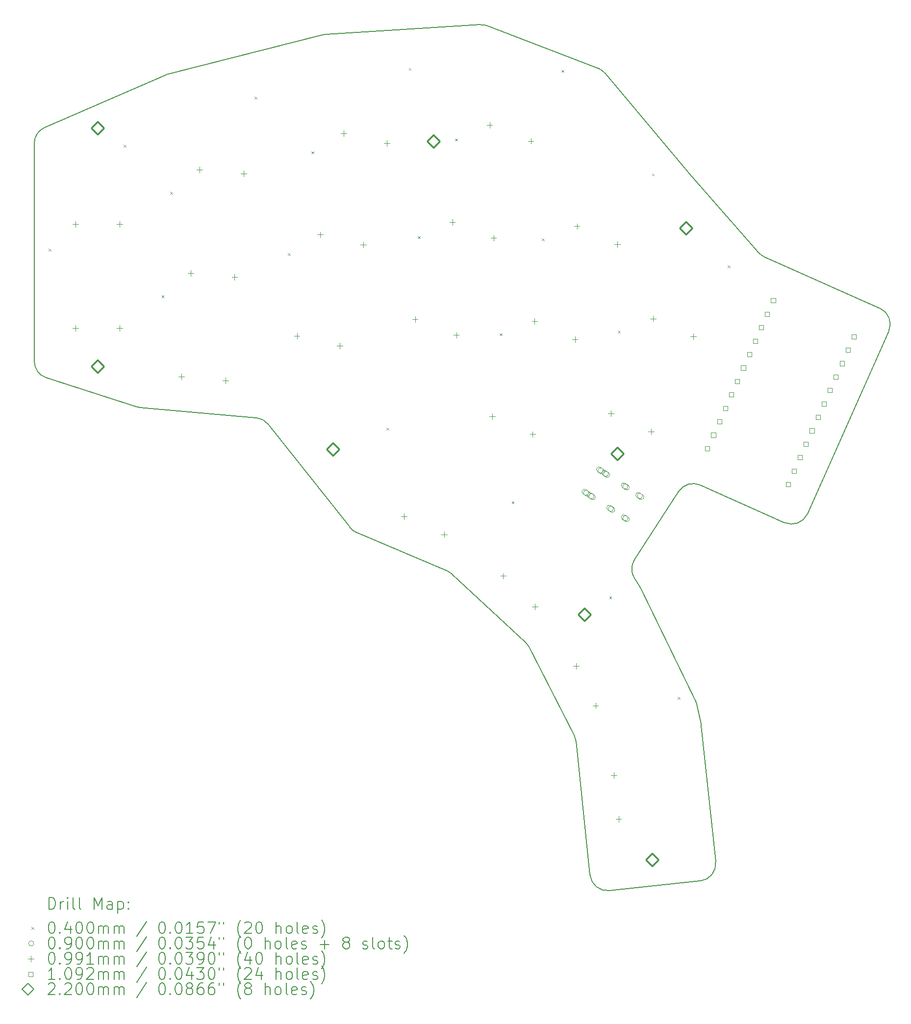
<source format=gbr>
%TF.GenerationSoftware,KiCad,Pcbnew,8.0.4*%
%TF.CreationDate,2024-09-06T09:16:47-06:00*%
%TF.ProjectId,swallowtail_split_rev2,7377616c-6c6f-4777-9461-696c5f73706c,v1.0.0*%
%TF.SameCoordinates,Original*%
%TF.FileFunction,Drillmap*%
%TF.FilePolarity,Positive*%
%FSLAX45Y45*%
G04 Gerber Fmt 4.5, Leading zero omitted, Abs format (unit mm)*
G04 Created by KiCad (PCBNEW 8.0.4) date 2024-09-06 09:16:47*
%MOMM*%
%LPD*%
G01*
G04 APERTURE LIST*
%ADD10C,0.150000*%
%ADD11C,0.200000*%
%ADD12C,0.100000*%
%ADD13C,0.109220*%
%ADD14C,0.220000*%
G04 APERTURE END LIST*
D10*
X16127241Y-12952285D02*
X17387389Y-14121776D01*
X14477746Y-12237126D02*
G75*
G02*
X14359083Y-12146897I116554J276427D01*
G01*
X18642834Y-4217733D02*
G75*
G02*
X18764857Y-4304638I-107514J-280077D01*
G01*
X17387389Y-14121776D02*
G75*
G02*
X17450289Y-14204835I-204079J-219894D01*
G01*
X18264429Y-15837533D02*
X18507357Y-18148829D01*
X20035673Y-11526356D02*
G75*
G02*
X20409552Y-11415289I251857J-162994D01*
G01*
X12738182Y-10250724D02*
G75*
G02*
X12947259Y-10363380I-26142J-298856D01*
G01*
X13892539Y-3641010D02*
G75*
G02*
X13947818Y-3632381I73711J-290820D01*
G01*
X8910000Y-5516600D02*
X8910000Y-9276679D01*
X11175810Y-4333690D02*
X9090262Y-5241532D01*
X19273437Y-13024671D02*
G75*
G02*
X19275202Y-12701449I253623J160231D01*
G01*
X22261249Y-11911322D02*
X23664491Y-8759590D01*
X21517193Y-7475161D02*
G75*
G02*
X21413539Y-7398756I122027J274061D01*
G01*
X18642834Y-4217733D02*
X16740712Y-3487576D01*
X19275205Y-12701451D02*
X20035673Y-11526356D01*
X20409554Y-11415285D02*
X21865165Y-12063364D01*
X19376740Y-13188192D02*
X19273437Y-13024671D01*
X20675414Y-17920957D02*
G75*
G02*
X20408417Y-18250675I-298354J-31363D01*
G01*
X16614770Y-3468217D02*
G75*
G02*
X16740711Y-3487577I18430J-299433D01*
G01*
X13892539Y-3641010D02*
X11221837Y-4317955D01*
X9117741Y-9562140D02*
X10662997Y-10061556D01*
X20675414Y-17920957D02*
X20428357Y-15570368D01*
X17450290Y-14204835D02*
X18233049Y-15732056D01*
X16039726Y-12895748D02*
G75*
G02*
X16127242Y-12952284I-116556J-276432D01*
G01*
X18837072Y-18415827D02*
G75*
G02*
X18507353Y-18148830I-31362J298357D01*
G01*
X23512448Y-8363505D02*
G75*
G02*
X23664493Y-8759591I-122018J-274065D01*
G01*
X23512448Y-8363505D02*
X21517193Y-7475160D01*
X20325363Y-15129048D02*
G75*
G02*
X20348858Y-15196741I-269643J-131512D01*
G01*
X11175810Y-4333690D02*
G75*
G02*
X11221837Y-4317954I119740J-275060D01*
G01*
X18837072Y-18415827D02*
X20408416Y-18250672D01*
X20272360Y-6095833D02*
G75*
G02*
X20268504Y-6091342I225540J197543D01*
G01*
X20325363Y-15129048D02*
X19392750Y-13216908D01*
X20268504Y-6091342D02*
X18764857Y-4304637D01*
X12947257Y-10363381D02*
X14359084Y-12146897D01*
X20423134Y-15537909D02*
X20348858Y-15196741D01*
X19376740Y-13188192D02*
G75*
G02*
X19392750Y-13216908I-253650J-160238D01*
G01*
X9117741Y-9562140D02*
G75*
G02*
X8910001Y-9276679I92259J285460D01*
G01*
X8910000Y-5516600D02*
G75*
G02*
X9090262Y-5241531I300000J0D01*
G01*
X21413537Y-7398758D02*
X20272360Y-6095833D01*
X18233049Y-15732056D02*
G75*
G02*
X18264429Y-15837533I-266979J-136834D01*
G01*
X10729109Y-10074952D02*
G75*
G02*
X10662996Y-10061556I26141J298852D01*
G01*
X16614770Y-3468217D02*
X13947818Y-3632380D01*
X22261249Y-11911322D02*
G75*
G02*
X21865167Y-12063358I-274059J122022D01*
G01*
X14477746Y-12237126D02*
X16039726Y-12895748D01*
X10729109Y-10074952D02*
X12738182Y-10250724D01*
X20423134Y-15537909D02*
G75*
G02*
X20428357Y-15570368I-293104J-63811D01*
G01*
D11*
D12*
X9155000Y-7335000D02*
X9195000Y-7375000D01*
X9195000Y-7335000D02*
X9155000Y-7375000D01*
X10450000Y-5539118D02*
X10490000Y-5579118D01*
X10490000Y-5539118D02*
X10450000Y-5579118D01*
X11110000Y-8140000D02*
X11150000Y-8180000D01*
X11150000Y-8140000D02*
X11110000Y-8180000D01*
X11260000Y-6355000D02*
X11300000Y-6395000D01*
X11300000Y-6355000D02*
X11260000Y-6395000D01*
X12715000Y-4710000D02*
X12755000Y-4750000D01*
X12755000Y-4710000D02*
X12715000Y-4750000D01*
X13290000Y-7410000D02*
X13330000Y-7450000D01*
X13330000Y-7410000D02*
X13290000Y-7450000D01*
X13695000Y-5655000D02*
X13735000Y-5695000D01*
X13735000Y-5655000D02*
X13695000Y-5695000D01*
X14993017Y-10426983D02*
X15033017Y-10466983D01*
X15033017Y-10426983D02*
X14993017Y-10466983D01*
X15375000Y-4215000D02*
X15415000Y-4255000D01*
X15415000Y-4215000D02*
X15375000Y-4255000D01*
X15535000Y-7120000D02*
X15575000Y-7160000D01*
X15575000Y-7120000D02*
X15535000Y-7160000D01*
X16175000Y-5435000D02*
X16215000Y-5475000D01*
X16215000Y-5435000D02*
X16175000Y-5475000D01*
X16945000Y-8795000D02*
X16985000Y-8835000D01*
X16985000Y-8795000D02*
X16945000Y-8835000D01*
X17153529Y-11697973D02*
X17193529Y-11737973D01*
X17193529Y-11697973D02*
X17153529Y-11737973D01*
X17675000Y-7155000D02*
X17715000Y-7195000D01*
X17715000Y-7155000D02*
X17675000Y-7195000D01*
X18015000Y-4250000D02*
X18055000Y-4290000D01*
X18055000Y-4250000D02*
X18015000Y-4290000D01*
X18837967Y-13335100D02*
X18877967Y-13375100D01*
X18877967Y-13335100D02*
X18837967Y-13375100D01*
X18985000Y-8750000D02*
X19025000Y-8790000D01*
X19025000Y-8750000D02*
X18985000Y-8790000D01*
X19575000Y-6035000D02*
X19615000Y-6075000D01*
X19615000Y-6035000D02*
X19575000Y-6075000D01*
X20019005Y-15074872D02*
X20059005Y-15114872D01*
X20059005Y-15074872D02*
X20019005Y-15114872D01*
X20885000Y-7625000D02*
X20925000Y-7665000D01*
X20925000Y-7625000D02*
X20885000Y-7665000D01*
X18482418Y-11547833D02*
G75*
G02*
X18392418Y-11547833I-45000J0D01*
G01*
X18392418Y-11547833D02*
G75*
G02*
X18482418Y-11547833I45000J0D01*
G01*
X18487087Y-11526432D02*
X18436767Y-11493754D01*
X18387749Y-11569234D02*
G75*
G02*
X18436767Y-11493754I24509J37740D01*
G01*
X18387749Y-11569234D02*
X18438069Y-11601912D01*
X18438069Y-11601913D02*
G75*
G03*
X18487087Y-11526432I24509J37740D01*
G01*
X18574672Y-11607743D02*
G75*
G02*
X18484672Y-11607743I-45000J0D01*
G01*
X18484672Y-11607743D02*
G75*
G02*
X18574672Y-11607743I45000J0D01*
G01*
X18579341Y-11586342D02*
X18529020Y-11553664D01*
X18480003Y-11629144D02*
G75*
G02*
X18529020Y-11553664I24509J37740D01*
G01*
X18480003Y-11629144D02*
X18530323Y-11661823D01*
X18530323Y-11661823D02*
G75*
G03*
X18579341Y-11586342I24509J37740D01*
G01*
X18732952Y-11162045D02*
G75*
G02*
X18642952Y-11162045I-45000J0D01*
G01*
X18642952Y-11162045D02*
G75*
G02*
X18732952Y-11162045I45000J0D01*
G01*
X18737621Y-11140644D02*
X18687300Y-11107965D01*
X18638283Y-11183446D02*
G75*
G02*
X18687301Y-11107965I24509J37740D01*
G01*
X18638283Y-11183446D02*
X18688603Y-11216124D01*
X18688603Y-11216124D02*
G75*
G03*
X18737621Y-11140644I24509J37740D01*
G01*
X18825206Y-11221955D02*
G75*
G02*
X18735206Y-11221955I-45000J0D01*
G01*
X18735206Y-11221955D02*
G75*
G02*
X18825206Y-11221955I45000J0D01*
G01*
X18829875Y-11200554D02*
X18779554Y-11167876D01*
X18730537Y-11243356D02*
G75*
G02*
X18779554Y-11167876I24509J37740D01*
G01*
X18730537Y-11243356D02*
X18780857Y-11276034D01*
X18780857Y-11276034D02*
G75*
G03*
X18829875Y-11200554I24509J37740D01*
G01*
X18910140Y-11825599D02*
G75*
G02*
X18820140Y-11825599I-45000J0D01*
G01*
X18820140Y-11825599D02*
G75*
G02*
X18910140Y-11825599I45000J0D01*
G01*
X18914809Y-11804198D02*
X18864488Y-11771520D01*
X18815471Y-11847000D02*
G75*
G02*
X18864489Y-11771520I24509J37740D01*
G01*
X18815471Y-11847000D02*
X18865791Y-11879678D01*
X18865791Y-11879678D02*
G75*
G03*
X18914809Y-11804198I24509J37740D01*
G01*
X19160674Y-11439811D02*
G75*
G02*
X19070674Y-11439811I-45000J0D01*
G01*
X19070674Y-11439811D02*
G75*
G02*
X19160674Y-11439811I45000J0D01*
G01*
X19165343Y-11418410D02*
X19115022Y-11385731D01*
X19066005Y-11461212D02*
G75*
G02*
X19115023Y-11385731I24509J37740D01*
G01*
X19066005Y-11461212D02*
X19116325Y-11493890D01*
X19116325Y-11493890D02*
G75*
G03*
X19165343Y-11418410I24509J37740D01*
G01*
X19161741Y-11988991D02*
G75*
G02*
X19071741Y-11988991I-45000J0D01*
G01*
X19071741Y-11988991D02*
G75*
G02*
X19161741Y-11988991I45000J0D01*
G01*
X19166410Y-11967590D02*
X19116090Y-11934911D01*
X19067072Y-12010392D02*
G75*
G02*
X19116090Y-11934911I24509J37740D01*
G01*
X19067072Y-12010392D02*
X19117392Y-12043070D01*
X19117392Y-12043070D02*
G75*
G03*
X19166410Y-11967590I24509J37740D01*
G01*
X19412275Y-11603202D02*
G75*
G02*
X19322275Y-11603202I-45000J0D01*
G01*
X19322275Y-11603202D02*
G75*
G02*
X19412275Y-11603202I45000J0D01*
G01*
X19416944Y-11581801D02*
X19366624Y-11549123D01*
X19317606Y-11624603D02*
G75*
G02*
X19366624Y-11549123I24509J37740D01*
G01*
X19317606Y-11624603D02*
X19367926Y-11657282D01*
X19367926Y-11657282D02*
G75*
G03*
X19416944Y-11581801I24509J37740D01*
G01*
X9619000Y-6860470D02*
X9619000Y-6959530D01*
X9569470Y-6910000D02*
X9668530Y-6910000D01*
X9619000Y-8655470D02*
X9619000Y-8754530D01*
X9569470Y-8705000D02*
X9668530Y-8705000D01*
X10381000Y-6860470D02*
X10381000Y-6959530D01*
X10331470Y-6910000D02*
X10430530Y-6910000D01*
X10381000Y-8655470D02*
X10381000Y-8754530D01*
X10331470Y-8705000D02*
X10430530Y-8705000D01*
X11453019Y-9496503D02*
X11453019Y-9595563D01*
X11403489Y-9546033D02*
X11502549Y-9546033D01*
X11609463Y-7708333D02*
X11609463Y-7807393D01*
X11559933Y-7757863D02*
X11658993Y-7757863D01*
X11765908Y-5920164D02*
X11765908Y-6019224D01*
X11716378Y-5969694D02*
X11815438Y-5969694D01*
X12212119Y-9562915D02*
X12212119Y-9661975D01*
X12162589Y-9612445D02*
X12261649Y-9612445D01*
X12368564Y-7774746D02*
X12368564Y-7873806D01*
X12319034Y-7824276D02*
X12418094Y-7824276D01*
X12525008Y-5986576D02*
X12525008Y-6085636D01*
X12475478Y-6036106D02*
X12574538Y-6036106D01*
X13445357Y-8791304D02*
X13445357Y-8890364D01*
X13395827Y-8840834D02*
X13494887Y-8840834D01*
X13849144Y-7042309D02*
X13849144Y-7141369D01*
X13799614Y-7091839D02*
X13898674Y-7091839D01*
X14187827Y-8962717D02*
X14187827Y-9061777D01*
X14138297Y-9012247D02*
X14237357Y-9012247D01*
X14252931Y-5293315D02*
X14252931Y-5392375D01*
X14203401Y-5342845D02*
X14302461Y-5342845D01*
X14591614Y-7213722D02*
X14591614Y-7312782D01*
X14542084Y-7263252D02*
X14641144Y-7263252D01*
X14995401Y-5464728D02*
X14995401Y-5563788D01*
X14945871Y-5514258D02*
X15044931Y-5514258D01*
X15294522Y-11907084D02*
X15294522Y-12006144D01*
X15244992Y-11956614D02*
X15344052Y-11956614D01*
X15485407Y-8504711D02*
X15485407Y-8603771D01*
X15435877Y-8554241D02*
X15534937Y-8554241D01*
X15990643Y-12217017D02*
X15990643Y-12316077D01*
X15941113Y-12266547D02*
X16040173Y-12266547D01*
X16128677Y-6828934D02*
X16128677Y-6927994D01*
X16079147Y-6878464D02*
X16178207Y-6878464D01*
X16196795Y-8777787D02*
X16196795Y-8876847D01*
X16147265Y-8827317D02*
X16246325Y-8827317D01*
X16771948Y-5153157D02*
X16771948Y-5252217D01*
X16722418Y-5202687D02*
X16821478Y-5202687D01*
X16819689Y-10177932D02*
X16819689Y-10276992D01*
X16770159Y-10227462D02*
X16869219Y-10227462D01*
X16840066Y-7102010D02*
X16840066Y-7201070D01*
X16790536Y-7151540D02*
X16889596Y-7151540D01*
X17008329Y-12934873D02*
X17008329Y-13033933D01*
X16958799Y-12984403D02*
X17057859Y-12984403D01*
X17483336Y-5426234D02*
X17483336Y-5525294D01*
X17433806Y-5475764D02*
X17532866Y-5475764D01*
X17515810Y-10487866D02*
X17515810Y-10586926D01*
X17466280Y-10537396D02*
X17565340Y-10537396D01*
X17549781Y-8538118D02*
X17549781Y-8637178D01*
X17500251Y-8587648D02*
X17599311Y-8587648D01*
X17556466Y-13464203D02*
X17556466Y-13563263D01*
X17506936Y-13513733D02*
X17605996Y-13513733D01*
X18245903Y-8848052D02*
X18245903Y-8947112D01*
X18196373Y-8897582D02*
X18295433Y-8897582D01*
X18267255Y-14486836D02*
X18267255Y-14585896D01*
X18217725Y-14536366D02*
X18316785Y-14536366D01*
X18279873Y-6898304D02*
X18279873Y-6997364D01*
X18230343Y-6947834D02*
X18329403Y-6947834D01*
X18601294Y-15171717D02*
X18601294Y-15270777D01*
X18551764Y-15221247D02*
X18650824Y-15221247D01*
X18865643Y-10131043D02*
X18865643Y-10230103D01*
X18816113Y-10180573D02*
X18915173Y-10180573D01*
X18919457Y-16375781D02*
X18919457Y-16474841D01*
X18869927Y-16425311D02*
X18968987Y-16425311D01*
X18975995Y-7208238D02*
X18975995Y-7307298D01*
X18926465Y-7257768D02*
X19025525Y-7257768D01*
X18999108Y-17133607D02*
X18999108Y-17232667D01*
X18949578Y-17183137D02*
X19048638Y-17183137D01*
X19561764Y-10440976D02*
X19561764Y-10540036D01*
X19512234Y-10490506D02*
X19611294Y-10490506D01*
X19595735Y-8491229D02*
X19595735Y-8590289D01*
X19546205Y-8540759D02*
X19645265Y-8540759D01*
X20291856Y-8801162D02*
X20291856Y-8900222D01*
X20242326Y-8850692D02*
X20341386Y-8850692D01*
D13*
X20572382Y-10821772D02*
X20572382Y-10744541D01*
X20495151Y-10744541D01*
X20495151Y-10821772D01*
X20572382Y-10821772D01*
X20675693Y-10589731D02*
X20675693Y-10512500D01*
X20598462Y-10512500D01*
X20598462Y-10589731D01*
X20675693Y-10589731D01*
X20779004Y-10357691D02*
X20779004Y-10280460D01*
X20701773Y-10280460D01*
X20701773Y-10357691D01*
X20779004Y-10357691D01*
X20882316Y-10125650D02*
X20882316Y-10048419D01*
X20805085Y-10048419D01*
X20805085Y-10125650D01*
X20882316Y-10125650D01*
X20985627Y-9893610D02*
X20985627Y-9816379D01*
X20908396Y-9816379D01*
X20908396Y-9893610D01*
X20985627Y-9893610D01*
X21088938Y-9661569D02*
X21088938Y-9584338D01*
X21011707Y-9584338D01*
X21011707Y-9661569D01*
X21088938Y-9661569D01*
X21192249Y-9429529D02*
X21192249Y-9352298D01*
X21115018Y-9352298D01*
X21115018Y-9429529D01*
X21192249Y-9429529D01*
X21295560Y-9197488D02*
X21295560Y-9120257D01*
X21218329Y-9120257D01*
X21218329Y-9197488D01*
X21295560Y-9197488D01*
X21398871Y-8965447D02*
X21398871Y-8888216D01*
X21321640Y-8888216D01*
X21321640Y-8965447D01*
X21398871Y-8965447D01*
X21502182Y-8733407D02*
X21502182Y-8656176D01*
X21424951Y-8656176D01*
X21424951Y-8733407D01*
X21502182Y-8733407D01*
X21605493Y-8501366D02*
X21605493Y-8424135D01*
X21528262Y-8424135D01*
X21528262Y-8501366D01*
X21605493Y-8501366D01*
X21708804Y-8269326D02*
X21708804Y-8192095D01*
X21631573Y-8192095D01*
X21631573Y-8269326D01*
X21708804Y-8269326D01*
X21964625Y-11441638D02*
X21964625Y-11364407D01*
X21887394Y-11364407D01*
X21887394Y-11441638D01*
X21964625Y-11441638D01*
X22067937Y-11209598D02*
X22067937Y-11132367D01*
X21990706Y-11132367D01*
X21990706Y-11209598D01*
X22067937Y-11209598D01*
X22171248Y-10977557D02*
X22171248Y-10900326D01*
X22094017Y-10900326D01*
X22094017Y-10977557D01*
X22171248Y-10977557D01*
X22274559Y-10745517D02*
X22274559Y-10668286D01*
X22197328Y-10668286D01*
X22197328Y-10745517D01*
X22274559Y-10745517D01*
X22377870Y-10513476D02*
X22377870Y-10436245D01*
X22300639Y-10436245D01*
X22300639Y-10513476D01*
X22377870Y-10513476D01*
X22481181Y-10281436D02*
X22481181Y-10204205D01*
X22403950Y-10204205D01*
X22403950Y-10281436D01*
X22481181Y-10281436D01*
X22584492Y-10049395D02*
X22584492Y-9972164D01*
X22507261Y-9972164D01*
X22507261Y-10049395D01*
X22584492Y-10049395D01*
X22687803Y-9817355D02*
X22687803Y-9740124D01*
X22610572Y-9740124D01*
X22610572Y-9817355D01*
X22687803Y-9817355D01*
X22791114Y-9585314D02*
X22791114Y-9508083D01*
X22713883Y-9508083D01*
X22713883Y-9585314D01*
X22791114Y-9585314D01*
X22894425Y-9353274D02*
X22894425Y-9276043D01*
X22817194Y-9276043D01*
X22817194Y-9353274D01*
X22894425Y-9353274D01*
X22997736Y-9121233D02*
X22997736Y-9044002D01*
X22920505Y-9044002D01*
X22920505Y-9121233D01*
X22997736Y-9121233D01*
X23101048Y-8889192D02*
X23101048Y-8811961D01*
X23023817Y-8811961D01*
X23023817Y-8889192D01*
X23101048Y-8889192D01*
D14*
X10000000Y-5361000D02*
X10110000Y-5251000D01*
X10000000Y-5141000D01*
X9890000Y-5251000D01*
X10000000Y-5361000D01*
X10000000Y-9474000D02*
X10110000Y-9364000D01*
X10000000Y-9254000D01*
X9890000Y-9364000D01*
X10000000Y-9474000D01*
X14069122Y-10905557D02*
X14179122Y-10795557D01*
X14069122Y-10685557D01*
X13959122Y-10795557D01*
X14069122Y-10905557D01*
X15799869Y-5587584D02*
X15909869Y-5477584D01*
X15799869Y-5367584D01*
X15689869Y-5477584D01*
X15799869Y-5587584D01*
X18413807Y-13756576D02*
X18523807Y-13646576D01*
X18413807Y-13536576D01*
X18303807Y-13646576D01*
X18413807Y-13756576D01*
X18973729Y-10984531D02*
X19083729Y-10874531D01*
X18973729Y-10764531D01*
X18863729Y-10874531D01*
X18973729Y-10984531D01*
X19575706Y-17995715D02*
X19685706Y-17885715D01*
X19575706Y-17775715D01*
X19465706Y-17885715D01*
X19575706Y-17995715D01*
X20161799Y-7086785D02*
X20271799Y-6976785D01*
X20161799Y-6866785D01*
X20051799Y-6976785D01*
X20161799Y-7086785D01*
D11*
X9163277Y-18736455D02*
X9163277Y-18536455D01*
X9163277Y-18536455D02*
X9210896Y-18536455D01*
X9210896Y-18536455D02*
X9239467Y-18545979D01*
X9239467Y-18545979D02*
X9258515Y-18565026D01*
X9258515Y-18565026D02*
X9268039Y-18584074D01*
X9268039Y-18584074D02*
X9277563Y-18622169D01*
X9277563Y-18622169D02*
X9277563Y-18650741D01*
X9277563Y-18650741D02*
X9268039Y-18688836D01*
X9268039Y-18688836D02*
X9258515Y-18707883D01*
X9258515Y-18707883D02*
X9239467Y-18726931D01*
X9239467Y-18726931D02*
X9210896Y-18736455D01*
X9210896Y-18736455D02*
X9163277Y-18736455D01*
X9363277Y-18736455D02*
X9363277Y-18603121D01*
X9363277Y-18641217D02*
X9372801Y-18622169D01*
X9372801Y-18622169D02*
X9382324Y-18612645D01*
X9382324Y-18612645D02*
X9401372Y-18603121D01*
X9401372Y-18603121D02*
X9420420Y-18603121D01*
X9487086Y-18736455D02*
X9487086Y-18603121D01*
X9487086Y-18536455D02*
X9477563Y-18545979D01*
X9477563Y-18545979D02*
X9487086Y-18555502D01*
X9487086Y-18555502D02*
X9496610Y-18545979D01*
X9496610Y-18545979D02*
X9487086Y-18536455D01*
X9487086Y-18536455D02*
X9487086Y-18555502D01*
X9610896Y-18736455D02*
X9591848Y-18726931D01*
X9591848Y-18726931D02*
X9582324Y-18707883D01*
X9582324Y-18707883D02*
X9582324Y-18536455D01*
X9715658Y-18736455D02*
X9696610Y-18726931D01*
X9696610Y-18726931D02*
X9687086Y-18707883D01*
X9687086Y-18707883D02*
X9687086Y-18536455D01*
X9944229Y-18736455D02*
X9944229Y-18536455D01*
X9944229Y-18536455D02*
X10010896Y-18679312D01*
X10010896Y-18679312D02*
X10077563Y-18536455D01*
X10077563Y-18536455D02*
X10077563Y-18736455D01*
X10258515Y-18736455D02*
X10258515Y-18631693D01*
X10258515Y-18631693D02*
X10248991Y-18612645D01*
X10248991Y-18612645D02*
X10229944Y-18603121D01*
X10229944Y-18603121D02*
X10191848Y-18603121D01*
X10191848Y-18603121D02*
X10172801Y-18612645D01*
X10258515Y-18726931D02*
X10239467Y-18736455D01*
X10239467Y-18736455D02*
X10191848Y-18736455D01*
X10191848Y-18736455D02*
X10172801Y-18726931D01*
X10172801Y-18726931D02*
X10163277Y-18707883D01*
X10163277Y-18707883D02*
X10163277Y-18688836D01*
X10163277Y-18688836D02*
X10172801Y-18669788D01*
X10172801Y-18669788D02*
X10191848Y-18660264D01*
X10191848Y-18660264D02*
X10239467Y-18660264D01*
X10239467Y-18660264D02*
X10258515Y-18650741D01*
X10353753Y-18603121D02*
X10353753Y-18803121D01*
X10353753Y-18612645D02*
X10372801Y-18603121D01*
X10372801Y-18603121D02*
X10410896Y-18603121D01*
X10410896Y-18603121D02*
X10429944Y-18612645D01*
X10429944Y-18612645D02*
X10439467Y-18622169D01*
X10439467Y-18622169D02*
X10448991Y-18641217D01*
X10448991Y-18641217D02*
X10448991Y-18698360D01*
X10448991Y-18698360D02*
X10439467Y-18717407D01*
X10439467Y-18717407D02*
X10429944Y-18726931D01*
X10429944Y-18726931D02*
X10410896Y-18736455D01*
X10410896Y-18736455D02*
X10372801Y-18736455D01*
X10372801Y-18736455D02*
X10353753Y-18726931D01*
X10534705Y-18717407D02*
X10544229Y-18726931D01*
X10544229Y-18726931D02*
X10534705Y-18736455D01*
X10534705Y-18736455D02*
X10525182Y-18726931D01*
X10525182Y-18726931D02*
X10534705Y-18717407D01*
X10534705Y-18717407D02*
X10534705Y-18736455D01*
X10534705Y-18612645D02*
X10544229Y-18622169D01*
X10544229Y-18622169D02*
X10534705Y-18631693D01*
X10534705Y-18631693D02*
X10525182Y-18622169D01*
X10525182Y-18622169D02*
X10534705Y-18612645D01*
X10534705Y-18612645D02*
X10534705Y-18631693D01*
D12*
X8862500Y-19044971D02*
X8902500Y-19084971D01*
X8902500Y-19044971D02*
X8862500Y-19084971D01*
D11*
X9201372Y-18956455D02*
X9220420Y-18956455D01*
X9220420Y-18956455D02*
X9239467Y-18965979D01*
X9239467Y-18965979D02*
X9248991Y-18975502D01*
X9248991Y-18975502D02*
X9258515Y-18994550D01*
X9258515Y-18994550D02*
X9268039Y-19032645D01*
X9268039Y-19032645D02*
X9268039Y-19080264D01*
X9268039Y-19080264D02*
X9258515Y-19118360D01*
X9258515Y-19118360D02*
X9248991Y-19137407D01*
X9248991Y-19137407D02*
X9239467Y-19146931D01*
X9239467Y-19146931D02*
X9220420Y-19156455D01*
X9220420Y-19156455D02*
X9201372Y-19156455D01*
X9201372Y-19156455D02*
X9182324Y-19146931D01*
X9182324Y-19146931D02*
X9172801Y-19137407D01*
X9172801Y-19137407D02*
X9163277Y-19118360D01*
X9163277Y-19118360D02*
X9153753Y-19080264D01*
X9153753Y-19080264D02*
X9153753Y-19032645D01*
X9153753Y-19032645D02*
X9163277Y-18994550D01*
X9163277Y-18994550D02*
X9172801Y-18975502D01*
X9172801Y-18975502D02*
X9182324Y-18965979D01*
X9182324Y-18965979D02*
X9201372Y-18956455D01*
X9353753Y-19137407D02*
X9363277Y-19146931D01*
X9363277Y-19146931D02*
X9353753Y-19156455D01*
X9353753Y-19156455D02*
X9344229Y-19146931D01*
X9344229Y-19146931D02*
X9353753Y-19137407D01*
X9353753Y-19137407D02*
X9353753Y-19156455D01*
X9534705Y-19023121D02*
X9534705Y-19156455D01*
X9487086Y-18946931D02*
X9439467Y-19089788D01*
X9439467Y-19089788D02*
X9563277Y-19089788D01*
X9677563Y-18956455D02*
X9696610Y-18956455D01*
X9696610Y-18956455D02*
X9715658Y-18965979D01*
X9715658Y-18965979D02*
X9725182Y-18975502D01*
X9725182Y-18975502D02*
X9734705Y-18994550D01*
X9734705Y-18994550D02*
X9744229Y-19032645D01*
X9744229Y-19032645D02*
X9744229Y-19080264D01*
X9744229Y-19080264D02*
X9734705Y-19118360D01*
X9734705Y-19118360D02*
X9725182Y-19137407D01*
X9725182Y-19137407D02*
X9715658Y-19146931D01*
X9715658Y-19146931D02*
X9696610Y-19156455D01*
X9696610Y-19156455D02*
X9677563Y-19156455D01*
X9677563Y-19156455D02*
X9658515Y-19146931D01*
X9658515Y-19146931D02*
X9648991Y-19137407D01*
X9648991Y-19137407D02*
X9639467Y-19118360D01*
X9639467Y-19118360D02*
X9629944Y-19080264D01*
X9629944Y-19080264D02*
X9629944Y-19032645D01*
X9629944Y-19032645D02*
X9639467Y-18994550D01*
X9639467Y-18994550D02*
X9648991Y-18975502D01*
X9648991Y-18975502D02*
X9658515Y-18965979D01*
X9658515Y-18965979D02*
X9677563Y-18956455D01*
X9868039Y-18956455D02*
X9887086Y-18956455D01*
X9887086Y-18956455D02*
X9906134Y-18965979D01*
X9906134Y-18965979D02*
X9915658Y-18975502D01*
X9915658Y-18975502D02*
X9925182Y-18994550D01*
X9925182Y-18994550D02*
X9934705Y-19032645D01*
X9934705Y-19032645D02*
X9934705Y-19080264D01*
X9934705Y-19080264D02*
X9925182Y-19118360D01*
X9925182Y-19118360D02*
X9915658Y-19137407D01*
X9915658Y-19137407D02*
X9906134Y-19146931D01*
X9906134Y-19146931D02*
X9887086Y-19156455D01*
X9887086Y-19156455D02*
X9868039Y-19156455D01*
X9868039Y-19156455D02*
X9848991Y-19146931D01*
X9848991Y-19146931D02*
X9839467Y-19137407D01*
X9839467Y-19137407D02*
X9829944Y-19118360D01*
X9829944Y-19118360D02*
X9820420Y-19080264D01*
X9820420Y-19080264D02*
X9820420Y-19032645D01*
X9820420Y-19032645D02*
X9829944Y-18994550D01*
X9829944Y-18994550D02*
X9839467Y-18975502D01*
X9839467Y-18975502D02*
X9848991Y-18965979D01*
X9848991Y-18965979D02*
X9868039Y-18956455D01*
X10020420Y-19156455D02*
X10020420Y-19023121D01*
X10020420Y-19042169D02*
X10029944Y-19032645D01*
X10029944Y-19032645D02*
X10048991Y-19023121D01*
X10048991Y-19023121D02*
X10077563Y-19023121D01*
X10077563Y-19023121D02*
X10096610Y-19032645D01*
X10096610Y-19032645D02*
X10106134Y-19051693D01*
X10106134Y-19051693D02*
X10106134Y-19156455D01*
X10106134Y-19051693D02*
X10115658Y-19032645D01*
X10115658Y-19032645D02*
X10134705Y-19023121D01*
X10134705Y-19023121D02*
X10163277Y-19023121D01*
X10163277Y-19023121D02*
X10182325Y-19032645D01*
X10182325Y-19032645D02*
X10191848Y-19051693D01*
X10191848Y-19051693D02*
X10191848Y-19156455D01*
X10287086Y-19156455D02*
X10287086Y-19023121D01*
X10287086Y-19042169D02*
X10296610Y-19032645D01*
X10296610Y-19032645D02*
X10315658Y-19023121D01*
X10315658Y-19023121D02*
X10344229Y-19023121D01*
X10344229Y-19023121D02*
X10363277Y-19032645D01*
X10363277Y-19032645D02*
X10372801Y-19051693D01*
X10372801Y-19051693D02*
X10372801Y-19156455D01*
X10372801Y-19051693D02*
X10382325Y-19032645D01*
X10382325Y-19032645D02*
X10401372Y-19023121D01*
X10401372Y-19023121D02*
X10429944Y-19023121D01*
X10429944Y-19023121D02*
X10448991Y-19032645D01*
X10448991Y-19032645D02*
X10458515Y-19051693D01*
X10458515Y-19051693D02*
X10458515Y-19156455D01*
X10848991Y-18946931D02*
X10677563Y-19204074D01*
X11106134Y-18956455D02*
X11125182Y-18956455D01*
X11125182Y-18956455D02*
X11144229Y-18965979D01*
X11144229Y-18965979D02*
X11153753Y-18975502D01*
X11153753Y-18975502D02*
X11163277Y-18994550D01*
X11163277Y-18994550D02*
X11172801Y-19032645D01*
X11172801Y-19032645D02*
X11172801Y-19080264D01*
X11172801Y-19080264D02*
X11163277Y-19118360D01*
X11163277Y-19118360D02*
X11153753Y-19137407D01*
X11153753Y-19137407D02*
X11144229Y-19146931D01*
X11144229Y-19146931D02*
X11125182Y-19156455D01*
X11125182Y-19156455D02*
X11106134Y-19156455D01*
X11106134Y-19156455D02*
X11087087Y-19146931D01*
X11087087Y-19146931D02*
X11077563Y-19137407D01*
X11077563Y-19137407D02*
X11068039Y-19118360D01*
X11068039Y-19118360D02*
X11058515Y-19080264D01*
X11058515Y-19080264D02*
X11058515Y-19032645D01*
X11058515Y-19032645D02*
X11068039Y-18994550D01*
X11068039Y-18994550D02*
X11077563Y-18975502D01*
X11077563Y-18975502D02*
X11087087Y-18965979D01*
X11087087Y-18965979D02*
X11106134Y-18956455D01*
X11258515Y-19137407D02*
X11268039Y-19146931D01*
X11268039Y-19146931D02*
X11258515Y-19156455D01*
X11258515Y-19156455D02*
X11248991Y-19146931D01*
X11248991Y-19146931D02*
X11258515Y-19137407D01*
X11258515Y-19137407D02*
X11258515Y-19156455D01*
X11391848Y-18956455D02*
X11410896Y-18956455D01*
X11410896Y-18956455D02*
X11429944Y-18965979D01*
X11429944Y-18965979D02*
X11439467Y-18975502D01*
X11439467Y-18975502D02*
X11448991Y-18994550D01*
X11448991Y-18994550D02*
X11458515Y-19032645D01*
X11458515Y-19032645D02*
X11458515Y-19080264D01*
X11458515Y-19080264D02*
X11448991Y-19118360D01*
X11448991Y-19118360D02*
X11439467Y-19137407D01*
X11439467Y-19137407D02*
X11429944Y-19146931D01*
X11429944Y-19146931D02*
X11410896Y-19156455D01*
X11410896Y-19156455D02*
X11391848Y-19156455D01*
X11391848Y-19156455D02*
X11372801Y-19146931D01*
X11372801Y-19146931D02*
X11363277Y-19137407D01*
X11363277Y-19137407D02*
X11353753Y-19118360D01*
X11353753Y-19118360D02*
X11344229Y-19080264D01*
X11344229Y-19080264D02*
X11344229Y-19032645D01*
X11344229Y-19032645D02*
X11353753Y-18994550D01*
X11353753Y-18994550D02*
X11363277Y-18975502D01*
X11363277Y-18975502D02*
X11372801Y-18965979D01*
X11372801Y-18965979D02*
X11391848Y-18956455D01*
X11648991Y-19156455D02*
X11534706Y-19156455D01*
X11591848Y-19156455D02*
X11591848Y-18956455D01*
X11591848Y-18956455D02*
X11572801Y-18985026D01*
X11572801Y-18985026D02*
X11553753Y-19004074D01*
X11553753Y-19004074D02*
X11534706Y-19013598D01*
X11829944Y-18956455D02*
X11734706Y-18956455D01*
X11734706Y-18956455D02*
X11725182Y-19051693D01*
X11725182Y-19051693D02*
X11734706Y-19042169D01*
X11734706Y-19042169D02*
X11753753Y-19032645D01*
X11753753Y-19032645D02*
X11801372Y-19032645D01*
X11801372Y-19032645D02*
X11820420Y-19042169D01*
X11820420Y-19042169D02*
X11829944Y-19051693D01*
X11829944Y-19051693D02*
X11839467Y-19070741D01*
X11839467Y-19070741D02*
X11839467Y-19118360D01*
X11839467Y-19118360D02*
X11829944Y-19137407D01*
X11829944Y-19137407D02*
X11820420Y-19146931D01*
X11820420Y-19146931D02*
X11801372Y-19156455D01*
X11801372Y-19156455D02*
X11753753Y-19156455D01*
X11753753Y-19156455D02*
X11734706Y-19146931D01*
X11734706Y-19146931D02*
X11725182Y-19137407D01*
X11906134Y-18956455D02*
X12039467Y-18956455D01*
X12039467Y-18956455D02*
X11953753Y-19156455D01*
X12106134Y-18956455D02*
X12106134Y-18994550D01*
X12182325Y-18956455D02*
X12182325Y-18994550D01*
X12477563Y-19232645D02*
X12468039Y-19223121D01*
X12468039Y-19223121D02*
X12448991Y-19194550D01*
X12448991Y-19194550D02*
X12439468Y-19175502D01*
X12439468Y-19175502D02*
X12429944Y-19146931D01*
X12429944Y-19146931D02*
X12420420Y-19099312D01*
X12420420Y-19099312D02*
X12420420Y-19061217D01*
X12420420Y-19061217D02*
X12429944Y-19013598D01*
X12429944Y-19013598D02*
X12439468Y-18985026D01*
X12439468Y-18985026D02*
X12448991Y-18965979D01*
X12448991Y-18965979D02*
X12468039Y-18937407D01*
X12468039Y-18937407D02*
X12477563Y-18927883D01*
X12544229Y-18975502D02*
X12553753Y-18965979D01*
X12553753Y-18965979D02*
X12572801Y-18956455D01*
X12572801Y-18956455D02*
X12620420Y-18956455D01*
X12620420Y-18956455D02*
X12639468Y-18965979D01*
X12639468Y-18965979D02*
X12648991Y-18975502D01*
X12648991Y-18975502D02*
X12658515Y-18994550D01*
X12658515Y-18994550D02*
X12658515Y-19013598D01*
X12658515Y-19013598D02*
X12648991Y-19042169D01*
X12648991Y-19042169D02*
X12534706Y-19156455D01*
X12534706Y-19156455D02*
X12658515Y-19156455D01*
X12782325Y-18956455D02*
X12801372Y-18956455D01*
X12801372Y-18956455D02*
X12820420Y-18965979D01*
X12820420Y-18965979D02*
X12829944Y-18975502D01*
X12829944Y-18975502D02*
X12839468Y-18994550D01*
X12839468Y-18994550D02*
X12848991Y-19032645D01*
X12848991Y-19032645D02*
X12848991Y-19080264D01*
X12848991Y-19080264D02*
X12839468Y-19118360D01*
X12839468Y-19118360D02*
X12829944Y-19137407D01*
X12829944Y-19137407D02*
X12820420Y-19146931D01*
X12820420Y-19146931D02*
X12801372Y-19156455D01*
X12801372Y-19156455D02*
X12782325Y-19156455D01*
X12782325Y-19156455D02*
X12763277Y-19146931D01*
X12763277Y-19146931D02*
X12753753Y-19137407D01*
X12753753Y-19137407D02*
X12744229Y-19118360D01*
X12744229Y-19118360D02*
X12734706Y-19080264D01*
X12734706Y-19080264D02*
X12734706Y-19032645D01*
X12734706Y-19032645D02*
X12744229Y-18994550D01*
X12744229Y-18994550D02*
X12753753Y-18975502D01*
X12753753Y-18975502D02*
X12763277Y-18965979D01*
X12763277Y-18965979D02*
X12782325Y-18956455D01*
X13087087Y-19156455D02*
X13087087Y-18956455D01*
X13172801Y-19156455D02*
X13172801Y-19051693D01*
X13172801Y-19051693D02*
X13163277Y-19032645D01*
X13163277Y-19032645D02*
X13144230Y-19023121D01*
X13144230Y-19023121D02*
X13115658Y-19023121D01*
X13115658Y-19023121D02*
X13096610Y-19032645D01*
X13096610Y-19032645D02*
X13087087Y-19042169D01*
X13296610Y-19156455D02*
X13277563Y-19146931D01*
X13277563Y-19146931D02*
X13268039Y-19137407D01*
X13268039Y-19137407D02*
X13258515Y-19118360D01*
X13258515Y-19118360D02*
X13258515Y-19061217D01*
X13258515Y-19061217D02*
X13268039Y-19042169D01*
X13268039Y-19042169D02*
X13277563Y-19032645D01*
X13277563Y-19032645D02*
X13296610Y-19023121D01*
X13296610Y-19023121D02*
X13325182Y-19023121D01*
X13325182Y-19023121D02*
X13344230Y-19032645D01*
X13344230Y-19032645D02*
X13353753Y-19042169D01*
X13353753Y-19042169D02*
X13363277Y-19061217D01*
X13363277Y-19061217D02*
X13363277Y-19118360D01*
X13363277Y-19118360D02*
X13353753Y-19137407D01*
X13353753Y-19137407D02*
X13344230Y-19146931D01*
X13344230Y-19146931D02*
X13325182Y-19156455D01*
X13325182Y-19156455D02*
X13296610Y-19156455D01*
X13477563Y-19156455D02*
X13458515Y-19146931D01*
X13458515Y-19146931D02*
X13448991Y-19127883D01*
X13448991Y-19127883D02*
X13448991Y-18956455D01*
X13629944Y-19146931D02*
X13610896Y-19156455D01*
X13610896Y-19156455D02*
X13572801Y-19156455D01*
X13572801Y-19156455D02*
X13553753Y-19146931D01*
X13553753Y-19146931D02*
X13544230Y-19127883D01*
X13544230Y-19127883D02*
X13544230Y-19051693D01*
X13544230Y-19051693D02*
X13553753Y-19032645D01*
X13553753Y-19032645D02*
X13572801Y-19023121D01*
X13572801Y-19023121D02*
X13610896Y-19023121D01*
X13610896Y-19023121D02*
X13629944Y-19032645D01*
X13629944Y-19032645D02*
X13639468Y-19051693D01*
X13639468Y-19051693D02*
X13639468Y-19070741D01*
X13639468Y-19070741D02*
X13544230Y-19089788D01*
X13715658Y-19146931D02*
X13734706Y-19156455D01*
X13734706Y-19156455D02*
X13772801Y-19156455D01*
X13772801Y-19156455D02*
X13791849Y-19146931D01*
X13791849Y-19146931D02*
X13801372Y-19127883D01*
X13801372Y-19127883D02*
X13801372Y-19118360D01*
X13801372Y-19118360D02*
X13791849Y-19099312D01*
X13791849Y-19099312D02*
X13772801Y-19089788D01*
X13772801Y-19089788D02*
X13744230Y-19089788D01*
X13744230Y-19089788D02*
X13725182Y-19080264D01*
X13725182Y-19080264D02*
X13715658Y-19061217D01*
X13715658Y-19061217D02*
X13715658Y-19051693D01*
X13715658Y-19051693D02*
X13725182Y-19032645D01*
X13725182Y-19032645D02*
X13744230Y-19023121D01*
X13744230Y-19023121D02*
X13772801Y-19023121D01*
X13772801Y-19023121D02*
X13791849Y-19032645D01*
X13868039Y-19232645D02*
X13877563Y-19223121D01*
X13877563Y-19223121D02*
X13896611Y-19194550D01*
X13896611Y-19194550D02*
X13906134Y-19175502D01*
X13906134Y-19175502D02*
X13915658Y-19146931D01*
X13915658Y-19146931D02*
X13925182Y-19099312D01*
X13925182Y-19099312D02*
X13925182Y-19061217D01*
X13925182Y-19061217D02*
X13915658Y-19013598D01*
X13915658Y-19013598D02*
X13906134Y-18985026D01*
X13906134Y-18985026D02*
X13896611Y-18965979D01*
X13896611Y-18965979D02*
X13877563Y-18937407D01*
X13877563Y-18937407D02*
X13868039Y-18927883D01*
D12*
X8902500Y-19328971D02*
G75*
G02*
X8812500Y-19328971I-45000J0D01*
G01*
X8812500Y-19328971D02*
G75*
G02*
X8902500Y-19328971I45000J0D01*
G01*
D11*
X9201372Y-19220455D02*
X9220420Y-19220455D01*
X9220420Y-19220455D02*
X9239467Y-19229979D01*
X9239467Y-19229979D02*
X9248991Y-19239502D01*
X9248991Y-19239502D02*
X9258515Y-19258550D01*
X9258515Y-19258550D02*
X9268039Y-19296645D01*
X9268039Y-19296645D02*
X9268039Y-19344264D01*
X9268039Y-19344264D02*
X9258515Y-19382360D01*
X9258515Y-19382360D02*
X9248991Y-19401407D01*
X9248991Y-19401407D02*
X9239467Y-19410931D01*
X9239467Y-19410931D02*
X9220420Y-19420455D01*
X9220420Y-19420455D02*
X9201372Y-19420455D01*
X9201372Y-19420455D02*
X9182324Y-19410931D01*
X9182324Y-19410931D02*
X9172801Y-19401407D01*
X9172801Y-19401407D02*
X9163277Y-19382360D01*
X9163277Y-19382360D02*
X9153753Y-19344264D01*
X9153753Y-19344264D02*
X9153753Y-19296645D01*
X9153753Y-19296645D02*
X9163277Y-19258550D01*
X9163277Y-19258550D02*
X9172801Y-19239502D01*
X9172801Y-19239502D02*
X9182324Y-19229979D01*
X9182324Y-19229979D02*
X9201372Y-19220455D01*
X9353753Y-19401407D02*
X9363277Y-19410931D01*
X9363277Y-19410931D02*
X9353753Y-19420455D01*
X9353753Y-19420455D02*
X9344229Y-19410931D01*
X9344229Y-19410931D02*
X9353753Y-19401407D01*
X9353753Y-19401407D02*
X9353753Y-19420455D01*
X9458515Y-19420455D02*
X9496610Y-19420455D01*
X9496610Y-19420455D02*
X9515658Y-19410931D01*
X9515658Y-19410931D02*
X9525182Y-19401407D01*
X9525182Y-19401407D02*
X9544229Y-19372836D01*
X9544229Y-19372836D02*
X9553753Y-19334741D01*
X9553753Y-19334741D02*
X9553753Y-19258550D01*
X9553753Y-19258550D02*
X9544229Y-19239502D01*
X9544229Y-19239502D02*
X9534705Y-19229979D01*
X9534705Y-19229979D02*
X9515658Y-19220455D01*
X9515658Y-19220455D02*
X9477563Y-19220455D01*
X9477563Y-19220455D02*
X9458515Y-19229979D01*
X9458515Y-19229979D02*
X9448991Y-19239502D01*
X9448991Y-19239502D02*
X9439467Y-19258550D01*
X9439467Y-19258550D02*
X9439467Y-19306169D01*
X9439467Y-19306169D02*
X9448991Y-19325217D01*
X9448991Y-19325217D02*
X9458515Y-19334741D01*
X9458515Y-19334741D02*
X9477563Y-19344264D01*
X9477563Y-19344264D02*
X9515658Y-19344264D01*
X9515658Y-19344264D02*
X9534705Y-19334741D01*
X9534705Y-19334741D02*
X9544229Y-19325217D01*
X9544229Y-19325217D02*
X9553753Y-19306169D01*
X9677563Y-19220455D02*
X9696610Y-19220455D01*
X9696610Y-19220455D02*
X9715658Y-19229979D01*
X9715658Y-19229979D02*
X9725182Y-19239502D01*
X9725182Y-19239502D02*
X9734705Y-19258550D01*
X9734705Y-19258550D02*
X9744229Y-19296645D01*
X9744229Y-19296645D02*
X9744229Y-19344264D01*
X9744229Y-19344264D02*
X9734705Y-19382360D01*
X9734705Y-19382360D02*
X9725182Y-19401407D01*
X9725182Y-19401407D02*
X9715658Y-19410931D01*
X9715658Y-19410931D02*
X9696610Y-19420455D01*
X9696610Y-19420455D02*
X9677563Y-19420455D01*
X9677563Y-19420455D02*
X9658515Y-19410931D01*
X9658515Y-19410931D02*
X9648991Y-19401407D01*
X9648991Y-19401407D02*
X9639467Y-19382360D01*
X9639467Y-19382360D02*
X9629944Y-19344264D01*
X9629944Y-19344264D02*
X9629944Y-19296645D01*
X9629944Y-19296645D02*
X9639467Y-19258550D01*
X9639467Y-19258550D02*
X9648991Y-19239502D01*
X9648991Y-19239502D02*
X9658515Y-19229979D01*
X9658515Y-19229979D02*
X9677563Y-19220455D01*
X9868039Y-19220455D02*
X9887086Y-19220455D01*
X9887086Y-19220455D02*
X9906134Y-19229979D01*
X9906134Y-19229979D02*
X9915658Y-19239502D01*
X9915658Y-19239502D02*
X9925182Y-19258550D01*
X9925182Y-19258550D02*
X9934705Y-19296645D01*
X9934705Y-19296645D02*
X9934705Y-19344264D01*
X9934705Y-19344264D02*
X9925182Y-19382360D01*
X9925182Y-19382360D02*
X9915658Y-19401407D01*
X9915658Y-19401407D02*
X9906134Y-19410931D01*
X9906134Y-19410931D02*
X9887086Y-19420455D01*
X9887086Y-19420455D02*
X9868039Y-19420455D01*
X9868039Y-19420455D02*
X9848991Y-19410931D01*
X9848991Y-19410931D02*
X9839467Y-19401407D01*
X9839467Y-19401407D02*
X9829944Y-19382360D01*
X9829944Y-19382360D02*
X9820420Y-19344264D01*
X9820420Y-19344264D02*
X9820420Y-19296645D01*
X9820420Y-19296645D02*
X9829944Y-19258550D01*
X9829944Y-19258550D02*
X9839467Y-19239502D01*
X9839467Y-19239502D02*
X9848991Y-19229979D01*
X9848991Y-19229979D02*
X9868039Y-19220455D01*
X10020420Y-19420455D02*
X10020420Y-19287121D01*
X10020420Y-19306169D02*
X10029944Y-19296645D01*
X10029944Y-19296645D02*
X10048991Y-19287121D01*
X10048991Y-19287121D02*
X10077563Y-19287121D01*
X10077563Y-19287121D02*
X10096610Y-19296645D01*
X10096610Y-19296645D02*
X10106134Y-19315693D01*
X10106134Y-19315693D02*
X10106134Y-19420455D01*
X10106134Y-19315693D02*
X10115658Y-19296645D01*
X10115658Y-19296645D02*
X10134705Y-19287121D01*
X10134705Y-19287121D02*
X10163277Y-19287121D01*
X10163277Y-19287121D02*
X10182325Y-19296645D01*
X10182325Y-19296645D02*
X10191848Y-19315693D01*
X10191848Y-19315693D02*
X10191848Y-19420455D01*
X10287086Y-19420455D02*
X10287086Y-19287121D01*
X10287086Y-19306169D02*
X10296610Y-19296645D01*
X10296610Y-19296645D02*
X10315658Y-19287121D01*
X10315658Y-19287121D02*
X10344229Y-19287121D01*
X10344229Y-19287121D02*
X10363277Y-19296645D01*
X10363277Y-19296645D02*
X10372801Y-19315693D01*
X10372801Y-19315693D02*
X10372801Y-19420455D01*
X10372801Y-19315693D02*
X10382325Y-19296645D01*
X10382325Y-19296645D02*
X10401372Y-19287121D01*
X10401372Y-19287121D02*
X10429944Y-19287121D01*
X10429944Y-19287121D02*
X10448991Y-19296645D01*
X10448991Y-19296645D02*
X10458515Y-19315693D01*
X10458515Y-19315693D02*
X10458515Y-19420455D01*
X10848991Y-19210931D02*
X10677563Y-19468074D01*
X11106134Y-19220455D02*
X11125182Y-19220455D01*
X11125182Y-19220455D02*
X11144229Y-19229979D01*
X11144229Y-19229979D02*
X11153753Y-19239502D01*
X11153753Y-19239502D02*
X11163277Y-19258550D01*
X11163277Y-19258550D02*
X11172801Y-19296645D01*
X11172801Y-19296645D02*
X11172801Y-19344264D01*
X11172801Y-19344264D02*
X11163277Y-19382360D01*
X11163277Y-19382360D02*
X11153753Y-19401407D01*
X11153753Y-19401407D02*
X11144229Y-19410931D01*
X11144229Y-19410931D02*
X11125182Y-19420455D01*
X11125182Y-19420455D02*
X11106134Y-19420455D01*
X11106134Y-19420455D02*
X11087087Y-19410931D01*
X11087087Y-19410931D02*
X11077563Y-19401407D01*
X11077563Y-19401407D02*
X11068039Y-19382360D01*
X11068039Y-19382360D02*
X11058515Y-19344264D01*
X11058515Y-19344264D02*
X11058515Y-19296645D01*
X11058515Y-19296645D02*
X11068039Y-19258550D01*
X11068039Y-19258550D02*
X11077563Y-19239502D01*
X11077563Y-19239502D02*
X11087087Y-19229979D01*
X11087087Y-19229979D02*
X11106134Y-19220455D01*
X11258515Y-19401407D02*
X11268039Y-19410931D01*
X11268039Y-19410931D02*
X11258515Y-19420455D01*
X11258515Y-19420455D02*
X11248991Y-19410931D01*
X11248991Y-19410931D02*
X11258515Y-19401407D01*
X11258515Y-19401407D02*
X11258515Y-19420455D01*
X11391848Y-19220455D02*
X11410896Y-19220455D01*
X11410896Y-19220455D02*
X11429944Y-19229979D01*
X11429944Y-19229979D02*
X11439467Y-19239502D01*
X11439467Y-19239502D02*
X11448991Y-19258550D01*
X11448991Y-19258550D02*
X11458515Y-19296645D01*
X11458515Y-19296645D02*
X11458515Y-19344264D01*
X11458515Y-19344264D02*
X11448991Y-19382360D01*
X11448991Y-19382360D02*
X11439467Y-19401407D01*
X11439467Y-19401407D02*
X11429944Y-19410931D01*
X11429944Y-19410931D02*
X11410896Y-19420455D01*
X11410896Y-19420455D02*
X11391848Y-19420455D01*
X11391848Y-19420455D02*
X11372801Y-19410931D01*
X11372801Y-19410931D02*
X11363277Y-19401407D01*
X11363277Y-19401407D02*
X11353753Y-19382360D01*
X11353753Y-19382360D02*
X11344229Y-19344264D01*
X11344229Y-19344264D02*
X11344229Y-19296645D01*
X11344229Y-19296645D02*
X11353753Y-19258550D01*
X11353753Y-19258550D02*
X11363277Y-19239502D01*
X11363277Y-19239502D02*
X11372801Y-19229979D01*
X11372801Y-19229979D02*
X11391848Y-19220455D01*
X11525182Y-19220455D02*
X11648991Y-19220455D01*
X11648991Y-19220455D02*
X11582325Y-19296645D01*
X11582325Y-19296645D02*
X11610896Y-19296645D01*
X11610896Y-19296645D02*
X11629944Y-19306169D01*
X11629944Y-19306169D02*
X11639467Y-19315693D01*
X11639467Y-19315693D02*
X11648991Y-19334741D01*
X11648991Y-19334741D02*
X11648991Y-19382360D01*
X11648991Y-19382360D02*
X11639467Y-19401407D01*
X11639467Y-19401407D02*
X11629944Y-19410931D01*
X11629944Y-19410931D02*
X11610896Y-19420455D01*
X11610896Y-19420455D02*
X11553753Y-19420455D01*
X11553753Y-19420455D02*
X11534706Y-19410931D01*
X11534706Y-19410931D02*
X11525182Y-19401407D01*
X11829944Y-19220455D02*
X11734706Y-19220455D01*
X11734706Y-19220455D02*
X11725182Y-19315693D01*
X11725182Y-19315693D02*
X11734706Y-19306169D01*
X11734706Y-19306169D02*
X11753753Y-19296645D01*
X11753753Y-19296645D02*
X11801372Y-19296645D01*
X11801372Y-19296645D02*
X11820420Y-19306169D01*
X11820420Y-19306169D02*
X11829944Y-19315693D01*
X11829944Y-19315693D02*
X11839467Y-19334741D01*
X11839467Y-19334741D02*
X11839467Y-19382360D01*
X11839467Y-19382360D02*
X11829944Y-19401407D01*
X11829944Y-19401407D02*
X11820420Y-19410931D01*
X11820420Y-19410931D02*
X11801372Y-19420455D01*
X11801372Y-19420455D02*
X11753753Y-19420455D01*
X11753753Y-19420455D02*
X11734706Y-19410931D01*
X11734706Y-19410931D02*
X11725182Y-19401407D01*
X12010896Y-19287121D02*
X12010896Y-19420455D01*
X11963277Y-19210931D02*
X11915658Y-19353788D01*
X11915658Y-19353788D02*
X12039467Y-19353788D01*
X12106134Y-19220455D02*
X12106134Y-19258550D01*
X12182325Y-19220455D02*
X12182325Y-19258550D01*
X12477563Y-19496645D02*
X12468039Y-19487121D01*
X12468039Y-19487121D02*
X12448991Y-19458550D01*
X12448991Y-19458550D02*
X12439468Y-19439502D01*
X12439468Y-19439502D02*
X12429944Y-19410931D01*
X12429944Y-19410931D02*
X12420420Y-19363312D01*
X12420420Y-19363312D02*
X12420420Y-19325217D01*
X12420420Y-19325217D02*
X12429944Y-19277598D01*
X12429944Y-19277598D02*
X12439468Y-19249026D01*
X12439468Y-19249026D02*
X12448991Y-19229979D01*
X12448991Y-19229979D02*
X12468039Y-19201407D01*
X12468039Y-19201407D02*
X12477563Y-19191883D01*
X12591848Y-19220455D02*
X12610896Y-19220455D01*
X12610896Y-19220455D02*
X12629944Y-19229979D01*
X12629944Y-19229979D02*
X12639468Y-19239502D01*
X12639468Y-19239502D02*
X12648991Y-19258550D01*
X12648991Y-19258550D02*
X12658515Y-19296645D01*
X12658515Y-19296645D02*
X12658515Y-19344264D01*
X12658515Y-19344264D02*
X12648991Y-19382360D01*
X12648991Y-19382360D02*
X12639468Y-19401407D01*
X12639468Y-19401407D02*
X12629944Y-19410931D01*
X12629944Y-19410931D02*
X12610896Y-19420455D01*
X12610896Y-19420455D02*
X12591848Y-19420455D01*
X12591848Y-19420455D02*
X12572801Y-19410931D01*
X12572801Y-19410931D02*
X12563277Y-19401407D01*
X12563277Y-19401407D02*
X12553753Y-19382360D01*
X12553753Y-19382360D02*
X12544229Y-19344264D01*
X12544229Y-19344264D02*
X12544229Y-19296645D01*
X12544229Y-19296645D02*
X12553753Y-19258550D01*
X12553753Y-19258550D02*
X12563277Y-19239502D01*
X12563277Y-19239502D02*
X12572801Y-19229979D01*
X12572801Y-19229979D02*
X12591848Y-19220455D01*
X12896610Y-19420455D02*
X12896610Y-19220455D01*
X12982325Y-19420455D02*
X12982325Y-19315693D01*
X12982325Y-19315693D02*
X12972801Y-19296645D01*
X12972801Y-19296645D02*
X12953753Y-19287121D01*
X12953753Y-19287121D02*
X12925182Y-19287121D01*
X12925182Y-19287121D02*
X12906134Y-19296645D01*
X12906134Y-19296645D02*
X12896610Y-19306169D01*
X13106134Y-19420455D02*
X13087087Y-19410931D01*
X13087087Y-19410931D02*
X13077563Y-19401407D01*
X13077563Y-19401407D02*
X13068039Y-19382360D01*
X13068039Y-19382360D02*
X13068039Y-19325217D01*
X13068039Y-19325217D02*
X13077563Y-19306169D01*
X13077563Y-19306169D02*
X13087087Y-19296645D01*
X13087087Y-19296645D02*
X13106134Y-19287121D01*
X13106134Y-19287121D02*
X13134706Y-19287121D01*
X13134706Y-19287121D02*
X13153753Y-19296645D01*
X13153753Y-19296645D02*
X13163277Y-19306169D01*
X13163277Y-19306169D02*
X13172801Y-19325217D01*
X13172801Y-19325217D02*
X13172801Y-19382360D01*
X13172801Y-19382360D02*
X13163277Y-19401407D01*
X13163277Y-19401407D02*
X13153753Y-19410931D01*
X13153753Y-19410931D02*
X13134706Y-19420455D01*
X13134706Y-19420455D02*
X13106134Y-19420455D01*
X13287087Y-19420455D02*
X13268039Y-19410931D01*
X13268039Y-19410931D02*
X13258515Y-19391883D01*
X13258515Y-19391883D02*
X13258515Y-19220455D01*
X13439468Y-19410931D02*
X13420420Y-19420455D01*
X13420420Y-19420455D02*
X13382325Y-19420455D01*
X13382325Y-19420455D02*
X13363277Y-19410931D01*
X13363277Y-19410931D02*
X13353753Y-19391883D01*
X13353753Y-19391883D02*
X13353753Y-19315693D01*
X13353753Y-19315693D02*
X13363277Y-19296645D01*
X13363277Y-19296645D02*
X13382325Y-19287121D01*
X13382325Y-19287121D02*
X13420420Y-19287121D01*
X13420420Y-19287121D02*
X13439468Y-19296645D01*
X13439468Y-19296645D02*
X13448991Y-19315693D01*
X13448991Y-19315693D02*
X13448991Y-19334741D01*
X13448991Y-19334741D02*
X13353753Y-19353788D01*
X13525182Y-19410931D02*
X13544230Y-19420455D01*
X13544230Y-19420455D02*
X13582325Y-19420455D01*
X13582325Y-19420455D02*
X13601372Y-19410931D01*
X13601372Y-19410931D02*
X13610896Y-19391883D01*
X13610896Y-19391883D02*
X13610896Y-19382360D01*
X13610896Y-19382360D02*
X13601372Y-19363312D01*
X13601372Y-19363312D02*
X13582325Y-19353788D01*
X13582325Y-19353788D02*
X13553753Y-19353788D01*
X13553753Y-19353788D02*
X13534706Y-19344264D01*
X13534706Y-19344264D02*
X13525182Y-19325217D01*
X13525182Y-19325217D02*
X13525182Y-19315693D01*
X13525182Y-19315693D02*
X13534706Y-19296645D01*
X13534706Y-19296645D02*
X13553753Y-19287121D01*
X13553753Y-19287121D02*
X13582325Y-19287121D01*
X13582325Y-19287121D02*
X13601372Y-19296645D01*
X13848992Y-19344264D02*
X14001373Y-19344264D01*
X13925182Y-19420455D02*
X13925182Y-19268074D01*
X14277563Y-19306169D02*
X14258515Y-19296645D01*
X14258515Y-19296645D02*
X14248992Y-19287121D01*
X14248992Y-19287121D02*
X14239468Y-19268074D01*
X14239468Y-19268074D02*
X14239468Y-19258550D01*
X14239468Y-19258550D02*
X14248992Y-19239502D01*
X14248992Y-19239502D02*
X14258515Y-19229979D01*
X14258515Y-19229979D02*
X14277563Y-19220455D01*
X14277563Y-19220455D02*
X14315658Y-19220455D01*
X14315658Y-19220455D02*
X14334706Y-19229979D01*
X14334706Y-19229979D02*
X14344230Y-19239502D01*
X14344230Y-19239502D02*
X14353753Y-19258550D01*
X14353753Y-19258550D02*
X14353753Y-19268074D01*
X14353753Y-19268074D02*
X14344230Y-19287121D01*
X14344230Y-19287121D02*
X14334706Y-19296645D01*
X14334706Y-19296645D02*
X14315658Y-19306169D01*
X14315658Y-19306169D02*
X14277563Y-19306169D01*
X14277563Y-19306169D02*
X14258515Y-19315693D01*
X14258515Y-19315693D02*
X14248992Y-19325217D01*
X14248992Y-19325217D02*
X14239468Y-19344264D01*
X14239468Y-19344264D02*
X14239468Y-19382360D01*
X14239468Y-19382360D02*
X14248992Y-19401407D01*
X14248992Y-19401407D02*
X14258515Y-19410931D01*
X14258515Y-19410931D02*
X14277563Y-19420455D01*
X14277563Y-19420455D02*
X14315658Y-19420455D01*
X14315658Y-19420455D02*
X14334706Y-19410931D01*
X14334706Y-19410931D02*
X14344230Y-19401407D01*
X14344230Y-19401407D02*
X14353753Y-19382360D01*
X14353753Y-19382360D02*
X14353753Y-19344264D01*
X14353753Y-19344264D02*
X14344230Y-19325217D01*
X14344230Y-19325217D02*
X14334706Y-19315693D01*
X14334706Y-19315693D02*
X14315658Y-19306169D01*
X14582325Y-19410931D02*
X14601373Y-19420455D01*
X14601373Y-19420455D02*
X14639468Y-19420455D01*
X14639468Y-19420455D02*
X14658515Y-19410931D01*
X14658515Y-19410931D02*
X14668039Y-19391883D01*
X14668039Y-19391883D02*
X14668039Y-19382360D01*
X14668039Y-19382360D02*
X14658515Y-19363312D01*
X14658515Y-19363312D02*
X14639468Y-19353788D01*
X14639468Y-19353788D02*
X14610896Y-19353788D01*
X14610896Y-19353788D02*
X14591849Y-19344264D01*
X14591849Y-19344264D02*
X14582325Y-19325217D01*
X14582325Y-19325217D02*
X14582325Y-19315693D01*
X14582325Y-19315693D02*
X14591849Y-19296645D01*
X14591849Y-19296645D02*
X14610896Y-19287121D01*
X14610896Y-19287121D02*
X14639468Y-19287121D01*
X14639468Y-19287121D02*
X14658515Y-19296645D01*
X14782325Y-19420455D02*
X14763277Y-19410931D01*
X14763277Y-19410931D02*
X14753754Y-19391883D01*
X14753754Y-19391883D02*
X14753754Y-19220455D01*
X14887087Y-19420455D02*
X14868039Y-19410931D01*
X14868039Y-19410931D02*
X14858515Y-19401407D01*
X14858515Y-19401407D02*
X14848992Y-19382360D01*
X14848992Y-19382360D02*
X14848992Y-19325217D01*
X14848992Y-19325217D02*
X14858515Y-19306169D01*
X14858515Y-19306169D02*
X14868039Y-19296645D01*
X14868039Y-19296645D02*
X14887087Y-19287121D01*
X14887087Y-19287121D02*
X14915658Y-19287121D01*
X14915658Y-19287121D02*
X14934706Y-19296645D01*
X14934706Y-19296645D02*
X14944230Y-19306169D01*
X14944230Y-19306169D02*
X14953754Y-19325217D01*
X14953754Y-19325217D02*
X14953754Y-19382360D01*
X14953754Y-19382360D02*
X14944230Y-19401407D01*
X14944230Y-19401407D02*
X14934706Y-19410931D01*
X14934706Y-19410931D02*
X14915658Y-19420455D01*
X14915658Y-19420455D02*
X14887087Y-19420455D01*
X15010896Y-19287121D02*
X15087087Y-19287121D01*
X15039468Y-19220455D02*
X15039468Y-19391883D01*
X15039468Y-19391883D02*
X15048992Y-19410931D01*
X15048992Y-19410931D02*
X15068039Y-19420455D01*
X15068039Y-19420455D02*
X15087087Y-19420455D01*
X15144230Y-19410931D02*
X15163277Y-19420455D01*
X15163277Y-19420455D02*
X15201373Y-19420455D01*
X15201373Y-19420455D02*
X15220420Y-19410931D01*
X15220420Y-19410931D02*
X15229944Y-19391883D01*
X15229944Y-19391883D02*
X15229944Y-19382360D01*
X15229944Y-19382360D02*
X15220420Y-19363312D01*
X15220420Y-19363312D02*
X15201373Y-19353788D01*
X15201373Y-19353788D02*
X15172801Y-19353788D01*
X15172801Y-19353788D02*
X15153754Y-19344264D01*
X15153754Y-19344264D02*
X15144230Y-19325217D01*
X15144230Y-19325217D02*
X15144230Y-19315693D01*
X15144230Y-19315693D02*
X15153754Y-19296645D01*
X15153754Y-19296645D02*
X15172801Y-19287121D01*
X15172801Y-19287121D02*
X15201373Y-19287121D01*
X15201373Y-19287121D02*
X15220420Y-19296645D01*
X15296611Y-19496645D02*
X15306135Y-19487121D01*
X15306135Y-19487121D02*
X15325182Y-19458550D01*
X15325182Y-19458550D02*
X15334706Y-19439502D01*
X15334706Y-19439502D02*
X15344230Y-19410931D01*
X15344230Y-19410931D02*
X15353754Y-19363312D01*
X15353754Y-19363312D02*
X15353754Y-19325217D01*
X15353754Y-19325217D02*
X15344230Y-19277598D01*
X15344230Y-19277598D02*
X15334706Y-19249026D01*
X15334706Y-19249026D02*
X15325182Y-19229979D01*
X15325182Y-19229979D02*
X15306135Y-19201407D01*
X15306135Y-19201407D02*
X15296611Y-19191883D01*
D12*
X8852970Y-19543441D02*
X8852970Y-19642501D01*
X8803440Y-19592971D02*
X8902500Y-19592971D01*
D11*
X9201372Y-19484455D02*
X9220420Y-19484455D01*
X9220420Y-19484455D02*
X9239467Y-19493979D01*
X9239467Y-19493979D02*
X9248991Y-19503502D01*
X9248991Y-19503502D02*
X9258515Y-19522550D01*
X9258515Y-19522550D02*
X9268039Y-19560645D01*
X9268039Y-19560645D02*
X9268039Y-19608264D01*
X9268039Y-19608264D02*
X9258515Y-19646360D01*
X9258515Y-19646360D02*
X9248991Y-19665407D01*
X9248991Y-19665407D02*
X9239467Y-19674931D01*
X9239467Y-19674931D02*
X9220420Y-19684455D01*
X9220420Y-19684455D02*
X9201372Y-19684455D01*
X9201372Y-19684455D02*
X9182324Y-19674931D01*
X9182324Y-19674931D02*
X9172801Y-19665407D01*
X9172801Y-19665407D02*
X9163277Y-19646360D01*
X9163277Y-19646360D02*
X9153753Y-19608264D01*
X9153753Y-19608264D02*
X9153753Y-19560645D01*
X9153753Y-19560645D02*
X9163277Y-19522550D01*
X9163277Y-19522550D02*
X9172801Y-19503502D01*
X9172801Y-19503502D02*
X9182324Y-19493979D01*
X9182324Y-19493979D02*
X9201372Y-19484455D01*
X9353753Y-19665407D02*
X9363277Y-19674931D01*
X9363277Y-19674931D02*
X9353753Y-19684455D01*
X9353753Y-19684455D02*
X9344229Y-19674931D01*
X9344229Y-19674931D02*
X9353753Y-19665407D01*
X9353753Y-19665407D02*
X9353753Y-19684455D01*
X9458515Y-19684455D02*
X9496610Y-19684455D01*
X9496610Y-19684455D02*
X9515658Y-19674931D01*
X9515658Y-19674931D02*
X9525182Y-19665407D01*
X9525182Y-19665407D02*
X9544229Y-19636836D01*
X9544229Y-19636836D02*
X9553753Y-19598741D01*
X9553753Y-19598741D02*
X9553753Y-19522550D01*
X9553753Y-19522550D02*
X9544229Y-19503502D01*
X9544229Y-19503502D02*
X9534705Y-19493979D01*
X9534705Y-19493979D02*
X9515658Y-19484455D01*
X9515658Y-19484455D02*
X9477563Y-19484455D01*
X9477563Y-19484455D02*
X9458515Y-19493979D01*
X9458515Y-19493979D02*
X9448991Y-19503502D01*
X9448991Y-19503502D02*
X9439467Y-19522550D01*
X9439467Y-19522550D02*
X9439467Y-19570169D01*
X9439467Y-19570169D02*
X9448991Y-19589217D01*
X9448991Y-19589217D02*
X9458515Y-19598741D01*
X9458515Y-19598741D02*
X9477563Y-19608264D01*
X9477563Y-19608264D02*
X9515658Y-19608264D01*
X9515658Y-19608264D02*
X9534705Y-19598741D01*
X9534705Y-19598741D02*
X9544229Y-19589217D01*
X9544229Y-19589217D02*
X9553753Y-19570169D01*
X9648991Y-19684455D02*
X9687086Y-19684455D01*
X9687086Y-19684455D02*
X9706134Y-19674931D01*
X9706134Y-19674931D02*
X9715658Y-19665407D01*
X9715658Y-19665407D02*
X9734705Y-19636836D01*
X9734705Y-19636836D02*
X9744229Y-19598741D01*
X9744229Y-19598741D02*
X9744229Y-19522550D01*
X9744229Y-19522550D02*
X9734705Y-19503502D01*
X9734705Y-19503502D02*
X9725182Y-19493979D01*
X9725182Y-19493979D02*
X9706134Y-19484455D01*
X9706134Y-19484455D02*
X9668039Y-19484455D01*
X9668039Y-19484455D02*
X9648991Y-19493979D01*
X9648991Y-19493979D02*
X9639467Y-19503502D01*
X9639467Y-19503502D02*
X9629944Y-19522550D01*
X9629944Y-19522550D02*
X9629944Y-19570169D01*
X9629944Y-19570169D02*
X9639467Y-19589217D01*
X9639467Y-19589217D02*
X9648991Y-19598741D01*
X9648991Y-19598741D02*
X9668039Y-19608264D01*
X9668039Y-19608264D02*
X9706134Y-19608264D01*
X9706134Y-19608264D02*
X9725182Y-19598741D01*
X9725182Y-19598741D02*
X9734705Y-19589217D01*
X9734705Y-19589217D02*
X9744229Y-19570169D01*
X9934705Y-19684455D02*
X9820420Y-19684455D01*
X9877563Y-19684455D02*
X9877563Y-19484455D01*
X9877563Y-19484455D02*
X9858515Y-19513026D01*
X9858515Y-19513026D02*
X9839467Y-19532074D01*
X9839467Y-19532074D02*
X9820420Y-19541598D01*
X10020420Y-19684455D02*
X10020420Y-19551121D01*
X10020420Y-19570169D02*
X10029944Y-19560645D01*
X10029944Y-19560645D02*
X10048991Y-19551121D01*
X10048991Y-19551121D02*
X10077563Y-19551121D01*
X10077563Y-19551121D02*
X10096610Y-19560645D01*
X10096610Y-19560645D02*
X10106134Y-19579693D01*
X10106134Y-19579693D02*
X10106134Y-19684455D01*
X10106134Y-19579693D02*
X10115658Y-19560645D01*
X10115658Y-19560645D02*
X10134705Y-19551121D01*
X10134705Y-19551121D02*
X10163277Y-19551121D01*
X10163277Y-19551121D02*
X10182325Y-19560645D01*
X10182325Y-19560645D02*
X10191848Y-19579693D01*
X10191848Y-19579693D02*
X10191848Y-19684455D01*
X10287086Y-19684455D02*
X10287086Y-19551121D01*
X10287086Y-19570169D02*
X10296610Y-19560645D01*
X10296610Y-19560645D02*
X10315658Y-19551121D01*
X10315658Y-19551121D02*
X10344229Y-19551121D01*
X10344229Y-19551121D02*
X10363277Y-19560645D01*
X10363277Y-19560645D02*
X10372801Y-19579693D01*
X10372801Y-19579693D02*
X10372801Y-19684455D01*
X10372801Y-19579693D02*
X10382325Y-19560645D01*
X10382325Y-19560645D02*
X10401372Y-19551121D01*
X10401372Y-19551121D02*
X10429944Y-19551121D01*
X10429944Y-19551121D02*
X10448991Y-19560645D01*
X10448991Y-19560645D02*
X10458515Y-19579693D01*
X10458515Y-19579693D02*
X10458515Y-19684455D01*
X10848991Y-19474931D02*
X10677563Y-19732074D01*
X11106134Y-19484455D02*
X11125182Y-19484455D01*
X11125182Y-19484455D02*
X11144229Y-19493979D01*
X11144229Y-19493979D02*
X11153753Y-19503502D01*
X11153753Y-19503502D02*
X11163277Y-19522550D01*
X11163277Y-19522550D02*
X11172801Y-19560645D01*
X11172801Y-19560645D02*
X11172801Y-19608264D01*
X11172801Y-19608264D02*
X11163277Y-19646360D01*
X11163277Y-19646360D02*
X11153753Y-19665407D01*
X11153753Y-19665407D02*
X11144229Y-19674931D01*
X11144229Y-19674931D02*
X11125182Y-19684455D01*
X11125182Y-19684455D02*
X11106134Y-19684455D01*
X11106134Y-19684455D02*
X11087087Y-19674931D01*
X11087087Y-19674931D02*
X11077563Y-19665407D01*
X11077563Y-19665407D02*
X11068039Y-19646360D01*
X11068039Y-19646360D02*
X11058515Y-19608264D01*
X11058515Y-19608264D02*
X11058515Y-19560645D01*
X11058515Y-19560645D02*
X11068039Y-19522550D01*
X11068039Y-19522550D02*
X11077563Y-19503502D01*
X11077563Y-19503502D02*
X11087087Y-19493979D01*
X11087087Y-19493979D02*
X11106134Y-19484455D01*
X11258515Y-19665407D02*
X11268039Y-19674931D01*
X11268039Y-19674931D02*
X11258515Y-19684455D01*
X11258515Y-19684455D02*
X11248991Y-19674931D01*
X11248991Y-19674931D02*
X11258515Y-19665407D01*
X11258515Y-19665407D02*
X11258515Y-19684455D01*
X11391848Y-19484455D02*
X11410896Y-19484455D01*
X11410896Y-19484455D02*
X11429944Y-19493979D01*
X11429944Y-19493979D02*
X11439467Y-19503502D01*
X11439467Y-19503502D02*
X11448991Y-19522550D01*
X11448991Y-19522550D02*
X11458515Y-19560645D01*
X11458515Y-19560645D02*
X11458515Y-19608264D01*
X11458515Y-19608264D02*
X11448991Y-19646360D01*
X11448991Y-19646360D02*
X11439467Y-19665407D01*
X11439467Y-19665407D02*
X11429944Y-19674931D01*
X11429944Y-19674931D02*
X11410896Y-19684455D01*
X11410896Y-19684455D02*
X11391848Y-19684455D01*
X11391848Y-19684455D02*
X11372801Y-19674931D01*
X11372801Y-19674931D02*
X11363277Y-19665407D01*
X11363277Y-19665407D02*
X11353753Y-19646360D01*
X11353753Y-19646360D02*
X11344229Y-19608264D01*
X11344229Y-19608264D02*
X11344229Y-19560645D01*
X11344229Y-19560645D02*
X11353753Y-19522550D01*
X11353753Y-19522550D02*
X11363277Y-19503502D01*
X11363277Y-19503502D02*
X11372801Y-19493979D01*
X11372801Y-19493979D02*
X11391848Y-19484455D01*
X11525182Y-19484455D02*
X11648991Y-19484455D01*
X11648991Y-19484455D02*
X11582325Y-19560645D01*
X11582325Y-19560645D02*
X11610896Y-19560645D01*
X11610896Y-19560645D02*
X11629944Y-19570169D01*
X11629944Y-19570169D02*
X11639467Y-19579693D01*
X11639467Y-19579693D02*
X11648991Y-19598741D01*
X11648991Y-19598741D02*
X11648991Y-19646360D01*
X11648991Y-19646360D02*
X11639467Y-19665407D01*
X11639467Y-19665407D02*
X11629944Y-19674931D01*
X11629944Y-19674931D02*
X11610896Y-19684455D01*
X11610896Y-19684455D02*
X11553753Y-19684455D01*
X11553753Y-19684455D02*
X11534706Y-19674931D01*
X11534706Y-19674931D02*
X11525182Y-19665407D01*
X11744229Y-19684455D02*
X11782325Y-19684455D01*
X11782325Y-19684455D02*
X11801372Y-19674931D01*
X11801372Y-19674931D02*
X11810896Y-19665407D01*
X11810896Y-19665407D02*
X11829944Y-19636836D01*
X11829944Y-19636836D02*
X11839467Y-19598741D01*
X11839467Y-19598741D02*
X11839467Y-19522550D01*
X11839467Y-19522550D02*
X11829944Y-19503502D01*
X11829944Y-19503502D02*
X11820420Y-19493979D01*
X11820420Y-19493979D02*
X11801372Y-19484455D01*
X11801372Y-19484455D02*
X11763277Y-19484455D01*
X11763277Y-19484455D02*
X11744229Y-19493979D01*
X11744229Y-19493979D02*
X11734706Y-19503502D01*
X11734706Y-19503502D02*
X11725182Y-19522550D01*
X11725182Y-19522550D02*
X11725182Y-19570169D01*
X11725182Y-19570169D02*
X11734706Y-19589217D01*
X11734706Y-19589217D02*
X11744229Y-19598741D01*
X11744229Y-19598741D02*
X11763277Y-19608264D01*
X11763277Y-19608264D02*
X11801372Y-19608264D01*
X11801372Y-19608264D02*
X11820420Y-19598741D01*
X11820420Y-19598741D02*
X11829944Y-19589217D01*
X11829944Y-19589217D02*
X11839467Y-19570169D01*
X11963277Y-19484455D02*
X11982325Y-19484455D01*
X11982325Y-19484455D02*
X12001372Y-19493979D01*
X12001372Y-19493979D02*
X12010896Y-19503502D01*
X12010896Y-19503502D02*
X12020420Y-19522550D01*
X12020420Y-19522550D02*
X12029944Y-19560645D01*
X12029944Y-19560645D02*
X12029944Y-19608264D01*
X12029944Y-19608264D02*
X12020420Y-19646360D01*
X12020420Y-19646360D02*
X12010896Y-19665407D01*
X12010896Y-19665407D02*
X12001372Y-19674931D01*
X12001372Y-19674931D02*
X11982325Y-19684455D01*
X11982325Y-19684455D02*
X11963277Y-19684455D01*
X11963277Y-19684455D02*
X11944229Y-19674931D01*
X11944229Y-19674931D02*
X11934706Y-19665407D01*
X11934706Y-19665407D02*
X11925182Y-19646360D01*
X11925182Y-19646360D02*
X11915658Y-19608264D01*
X11915658Y-19608264D02*
X11915658Y-19560645D01*
X11915658Y-19560645D02*
X11925182Y-19522550D01*
X11925182Y-19522550D02*
X11934706Y-19503502D01*
X11934706Y-19503502D02*
X11944229Y-19493979D01*
X11944229Y-19493979D02*
X11963277Y-19484455D01*
X12106134Y-19484455D02*
X12106134Y-19522550D01*
X12182325Y-19484455D02*
X12182325Y-19522550D01*
X12477563Y-19760645D02*
X12468039Y-19751121D01*
X12468039Y-19751121D02*
X12448991Y-19722550D01*
X12448991Y-19722550D02*
X12439468Y-19703502D01*
X12439468Y-19703502D02*
X12429944Y-19674931D01*
X12429944Y-19674931D02*
X12420420Y-19627312D01*
X12420420Y-19627312D02*
X12420420Y-19589217D01*
X12420420Y-19589217D02*
X12429944Y-19541598D01*
X12429944Y-19541598D02*
X12439468Y-19513026D01*
X12439468Y-19513026D02*
X12448991Y-19493979D01*
X12448991Y-19493979D02*
X12468039Y-19465407D01*
X12468039Y-19465407D02*
X12477563Y-19455883D01*
X12639468Y-19551121D02*
X12639468Y-19684455D01*
X12591848Y-19474931D02*
X12544229Y-19617788D01*
X12544229Y-19617788D02*
X12668039Y-19617788D01*
X12782325Y-19484455D02*
X12801372Y-19484455D01*
X12801372Y-19484455D02*
X12820420Y-19493979D01*
X12820420Y-19493979D02*
X12829944Y-19503502D01*
X12829944Y-19503502D02*
X12839468Y-19522550D01*
X12839468Y-19522550D02*
X12848991Y-19560645D01*
X12848991Y-19560645D02*
X12848991Y-19608264D01*
X12848991Y-19608264D02*
X12839468Y-19646360D01*
X12839468Y-19646360D02*
X12829944Y-19665407D01*
X12829944Y-19665407D02*
X12820420Y-19674931D01*
X12820420Y-19674931D02*
X12801372Y-19684455D01*
X12801372Y-19684455D02*
X12782325Y-19684455D01*
X12782325Y-19684455D02*
X12763277Y-19674931D01*
X12763277Y-19674931D02*
X12753753Y-19665407D01*
X12753753Y-19665407D02*
X12744229Y-19646360D01*
X12744229Y-19646360D02*
X12734706Y-19608264D01*
X12734706Y-19608264D02*
X12734706Y-19560645D01*
X12734706Y-19560645D02*
X12744229Y-19522550D01*
X12744229Y-19522550D02*
X12753753Y-19503502D01*
X12753753Y-19503502D02*
X12763277Y-19493979D01*
X12763277Y-19493979D02*
X12782325Y-19484455D01*
X13087087Y-19684455D02*
X13087087Y-19484455D01*
X13172801Y-19684455D02*
X13172801Y-19579693D01*
X13172801Y-19579693D02*
X13163277Y-19560645D01*
X13163277Y-19560645D02*
X13144230Y-19551121D01*
X13144230Y-19551121D02*
X13115658Y-19551121D01*
X13115658Y-19551121D02*
X13096610Y-19560645D01*
X13096610Y-19560645D02*
X13087087Y-19570169D01*
X13296610Y-19684455D02*
X13277563Y-19674931D01*
X13277563Y-19674931D02*
X13268039Y-19665407D01*
X13268039Y-19665407D02*
X13258515Y-19646360D01*
X13258515Y-19646360D02*
X13258515Y-19589217D01*
X13258515Y-19589217D02*
X13268039Y-19570169D01*
X13268039Y-19570169D02*
X13277563Y-19560645D01*
X13277563Y-19560645D02*
X13296610Y-19551121D01*
X13296610Y-19551121D02*
X13325182Y-19551121D01*
X13325182Y-19551121D02*
X13344230Y-19560645D01*
X13344230Y-19560645D02*
X13353753Y-19570169D01*
X13353753Y-19570169D02*
X13363277Y-19589217D01*
X13363277Y-19589217D02*
X13363277Y-19646360D01*
X13363277Y-19646360D02*
X13353753Y-19665407D01*
X13353753Y-19665407D02*
X13344230Y-19674931D01*
X13344230Y-19674931D02*
X13325182Y-19684455D01*
X13325182Y-19684455D02*
X13296610Y-19684455D01*
X13477563Y-19684455D02*
X13458515Y-19674931D01*
X13458515Y-19674931D02*
X13448991Y-19655883D01*
X13448991Y-19655883D02*
X13448991Y-19484455D01*
X13629944Y-19674931D02*
X13610896Y-19684455D01*
X13610896Y-19684455D02*
X13572801Y-19684455D01*
X13572801Y-19684455D02*
X13553753Y-19674931D01*
X13553753Y-19674931D02*
X13544230Y-19655883D01*
X13544230Y-19655883D02*
X13544230Y-19579693D01*
X13544230Y-19579693D02*
X13553753Y-19560645D01*
X13553753Y-19560645D02*
X13572801Y-19551121D01*
X13572801Y-19551121D02*
X13610896Y-19551121D01*
X13610896Y-19551121D02*
X13629944Y-19560645D01*
X13629944Y-19560645D02*
X13639468Y-19579693D01*
X13639468Y-19579693D02*
X13639468Y-19598741D01*
X13639468Y-19598741D02*
X13544230Y-19617788D01*
X13715658Y-19674931D02*
X13734706Y-19684455D01*
X13734706Y-19684455D02*
X13772801Y-19684455D01*
X13772801Y-19684455D02*
X13791849Y-19674931D01*
X13791849Y-19674931D02*
X13801372Y-19655883D01*
X13801372Y-19655883D02*
X13801372Y-19646360D01*
X13801372Y-19646360D02*
X13791849Y-19627312D01*
X13791849Y-19627312D02*
X13772801Y-19617788D01*
X13772801Y-19617788D02*
X13744230Y-19617788D01*
X13744230Y-19617788D02*
X13725182Y-19608264D01*
X13725182Y-19608264D02*
X13715658Y-19589217D01*
X13715658Y-19589217D02*
X13715658Y-19579693D01*
X13715658Y-19579693D02*
X13725182Y-19560645D01*
X13725182Y-19560645D02*
X13744230Y-19551121D01*
X13744230Y-19551121D02*
X13772801Y-19551121D01*
X13772801Y-19551121D02*
X13791849Y-19560645D01*
X13868039Y-19760645D02*
X13877563Y-19751121D01*
X13877563Y-19751121D02*
X13896611Y-19722550D01*
X13896611Y-19722550D02*
X13906134Y-19703502D01*
X13906134Y-19703502D02*
X13915658Y-19674931D01*
X13915658Y-19674931D02*
X13925182Y-19627312D01*
X13925182Y-19627312D02*
X13925182Y-19589217D01*
X13925182Y-19589217D02*
X13915658Y-19541598D01*
X13915658Y-19541598D02*
X13906134Y-19513026D01*
X13906134Y-19513026D02*
X13896611Y-19493979D01*
X13896611Y-19493979D02*
X13877563Y-19465407D01*
X13877563Y-19465407D02*
X13868039Y-19455883D01*
D13*
X8886506Y-19895587D02*
X8886506Y-19818356D01*
X8809275Y-19818356D01*
X8809275Y-19895587D01*
X8886506Y-19895587D01*
D11*
X9268039Y-19948455D02*
X9153753Y-19948455D01*
X9210896Y-19948455D02*
X9210896Y-19748455D01*
X9210896Y-19748455D02*
X9191848Y-19777026D01*
X9191848Y-19777026D02*
X9172801Y-19796074D01*
X9172801Y-19796074D02*
X9153753Y-19805598D01*
X9353753Y-19929407D02*
X9363277Y-19938931D01*
X9363277Y-19938931D02*
X9353753Y-19948455D01*
X9353753Y-19948455D02*
X9344229Y-19938931D01*
X9344229Y-19938931D02*
X9353753Y-19929407D01*
X9353753Y-19929407D02*
X9353753Y-19948455D01*
X9487086Y-19748455D02*
X9506134Y-19748455D01*
X9506134Y-19748455D02*
X9525182Y-19757979D01*
X9525182Y-19757979D02*
X9534705Y-19767502D01*
X9534705Y-19767502D02*
X9544229Y-19786550D01*
X9544229Y-19786550D02*
X9553753Y-19824645D01*
X9553753Y-19824645D02*
X9553753Y-19872264D01*
X9553753Y-19872264D02*
X9544229Y-19910360D01*
X9544229Y-19910360D02*
X9534705Y-19929407D01*
X9534705Y-19929407D02*
X9525182Y-19938931D01*
X9525182Y-19938931D02*
X9506134Y-19948455D01*
X9506134Y-19948455D02*
X9487086Y-19948455D01*
X9487086Y-19948455D02*
X9468039Y-19938931D01*
X9468039Y-19938931D02*
X9458515Y-19929407D01*
X9458515Y-19929407D02*
X9448991Y-19910360D01*
X9448991Y-19910360D02*
X9439467Y-19872264D01*
X9439467Y-19872264D02*
X9439467Y-19824645D01*
X9439467Y-19824645D02*
X9448991Y-19786550D01*
X9448991Y-19786550D02*
X9458515Y-19767502D01*
X9458515Y-19767502D02*
X9468039Y-19757979D01*
X9468039Y-19757979D02*
X9487086Y-19748455D01*
X9648991Y-19948455D02*
X9687086Y-19948455D01*
X9687086Y-19948455D02*
X9706134Y-19938931D01*
X9706134Y-19938931D02*
X9715658Y-19929407D01*
X9715658Y-19929407D02*
X9734705Y-19900836D01*
X9734705Y-19900836D02*
X9744229Y-19862741D01*
X9744229Y-19862741D02*
X9744229Y-19786550D01*
X9744229Y-19786550D02*
X9734705Y-19767502D01*
X9734705Y-19767502D02*
X9725182Y-19757979D01*
X9725182Y-19757979D02*
X9706134Y-19748455D01*
X9706134Y-19748455D02*
X9668039Y-19748455D01*
X9668039Y-19748455D02*
X9648991Y-19757979D01*
X9648991Y-19757979D02*
X9639467Y-19767502D01*
X9639467Y-19767502D02*
X9629944Y-19786550D01*
X9629944Y-19786550D02*
X9629944Y-19834169D01*
X9629944Y-19834169D02*
X9639467Y-19853217D01*
X9639467Y-19853217D02*
X9648991Y-19862741D01*
X9648991Y-19862741D02*
X9668039Y-19872264D01*
X9668039Y-19872264D02*
X9706134Y-19872264D01*
X9706134Y-19872264D02*
X9725182Y-19862741D01*
X9725182Y-19862741D02*
X9734705Y-19853217D01*
X9734705Y-19853217D02*
X9744229Y-19834169D01*
X9820420Y-19767502D02*
X9829944Y-19757979D01*
X9829944Y-19757979D02*
X9848991Y-19748455D01*
X9848991Y-19748455D02*
X9896610Y-19748455D01*
X9896610Y-19748455D02*
X9915658Y-19757979D01*
X9915658Y-19757979D02*
X9925182Y-19767502D01*
X9925182Y-19767502D02*
X9934705Y-19786550D01*
X9934705Y-19786550D02*
X9934705Y-19805598D01*
X9934705Y-19805598D02*
X9925182Y-19834169D01*
X9925182Y-19834169D02*
X9810896Y-19948455D01*
X9810896Y-19948455D02*
X9934705Y-19948455D01*
X10020420Y-19948455D02*
X10020420Y-19815121D01*
X10020420Y-19834169D02*
X10029944Y-19824645D01*
X10029944Y-19824645D02*
X10048991Y-19815121D01*
X10048991Y-19815121D02*
X10077563Y-19815121D01*
X10077563Y-19815121D02*
X10096610Y-19824645D01*
X10096610Y-19824645D02*
X10106134Y-19843693D01*
X10106134Y-19843693D02*
X10106134Y-19948455D01*
X10106134Y-19843693D02*
X10115658Y-19824645D01*
X10115658Y-19824645D02*
X10134705Y-19815121D01*
X10134705Y-19815121D02*
X10163277Y-19815121D01*
X10163277Y-19815121D02*
X10182325Y-19824645D01*
X10182325Y-19824645D02*
X10191848Y-19843693D01*
X10191848Y-19843693D02*
X10191848Y-19948455D01*
X10287086Y-19948455D02*
X10287086Y-19815121D01*
X10287086Y-19834169D02*
X10296610Y-19824645D01*
X10296610Y-19824645D02*
X10315658Y-19815121D01*
X10315658Y-19815121D02*
X10344229Y-19815121D01*
X10344229Y-19815121D02*
X10363277Y-19824645D01*
X10363277Y-19824645D02*
X10372801Y-19843693D01*
X10372801Y-19843693D02*
X10372801Y-19948455D01*
X10372801Y-19843693D02*
X10382325Y-19824645D01*
X10382325Y-19824645D02*
X10401372Y-19815121D01*
X10401372Y-19815121D02*
X10429944Y-19815121D01*
X10429944Y-19815121D02*
X10448991Y-19824645D01*
X10448991Y-19824645D02*
X10458515Y-19843693D01*
X10458515Y-19843693D02*
X10458515Y-19948455D01*
X10848991Y-19738931D02*
X10677563Y-19996074D01*
X11106134Y-19748455D02*
X11125182Y-19748455D01*
X11125182Y-19748455D02*
X11144229Y-19757979D01*
X11144229Y-19757979D02*
X11153753Y-19767502D01*
X11153753Y-19767502D02*
X11163277Y-19786550D01*
X11163277Y-19786550D02*
X11172801Y-19824645D01*
X11172801Y-19824645D02*
X11172801Y-19872264D01*
X11172801Y-19872264D02*
X11163277Y-19910360D01*
X11163277Y-19910360D02*
X11153753Y-19929407D01*
X11153753Y-19929407D02*
X11144229Y-19938931D01*
X11144229Y-19938931D02*
X11125182Y-19948455D01*
X11125182Y-19948455D02*
X11106134Y-19948455D01*
X11106134Y-19948455D02*
X11087087Y-19938931D01*
X11087087Y-19938931D02*
X11077563Y-19929407D01*
X11077563Y-19929407D02*
X11068039Y-19910360D01*
X11068039Y-19910360D02*
X11058515Y-19872264D01*
X11058515Y-19872264D02*
X11058515Y-19824645D01*
X11058515Y-19824645D02*
X11068039Y-19786550D01*
X11068039Y-19786550D02*
X11077563Y-19767502D01*
X11077563Y-19767502D02*
X11087087Y-19757979D01*
X11087087Y-19757979D02*
X11106134Y-19748455D01*
X11258515Y-19929407D02*
X11268039Y-19938931D01*
X11268039Y-19938931D02*
X11258515Y-19948455D01*
X11258515Y-19948455D02*
X11248991Y-19938931D01*
X11248991Y-19938931D02*
X11258515Y-19929407D01*
X11258515Y-19929407D02*
X11258515Y-19948455D01*
X11391848Y-19748455D02*
X11410896Y-19748455D01*
X11410896Y-19748455D02*
X11429944Y-19757979D01*
X11429944Y-19757979D02*
X11439467Y-19767502D01*
X11439467Y-19767502D02*
X11448991Y-19786550D01*
X11448991Y-19786550D02*
X11458515Y-19824645D01*
X11458515Y-19824645D02*
X11458515Y-19872264D01*
X11458515Y-19872264D02*
X11448991Y-19910360D01*
X11448991Y-19910360D02*
X11439467Y-19929407D01*
X11439467Y-19929407D02*
X11429944Y-19938931D01*
X11429944Y-19938931D02*
X11410896Y-19948455D01*
X11410896Y-19948455D02*
X11391848Y-19948455D01*
X11391848Y-19948455D02*
X11372801Y-19938931D01*
X11372801Y-19938931D02*
X11363277Y-19929407D01*
X11363277Y-19929407D02*
X11353753Y-19910360D01*
X11353753Y-19910360D02*
X11344229Y-19872264D01*
X11344229Y-19872264D02*
X11344229Y-19824645D01*
X11344229Y-19824645D02*
X11353753Y-19786550D01*
X11353753Y-19786550D02*
X11363277Y-19767502D01*
X11363277Y-19767502D02*
X11372801Y-19757979D01*
X11372801Y-19757979D02*
X11391848Y-19748455D01*
X11629944Y-19815121D02*
X11629944Y-19948455D01*
X11582325Y-19738931D02*
X11534706Y-19881788D01*
X11534706Y-19881788D02*
X11658515Y-19881788D01*
X11715658Y-19748455D02*
X11839467Y-19748455D01*
X11839467Y-19748455D02*
X11772801Y-19824645D01*
X11772801Y-19824645D02*
X11801372Y-19824645D01*
X11801372Y-19824645D02*
X11820420Y-19834169D01*
X11820420Y-19834169D02*
X11829944Y-19843693D01*
X11829944Y-19843693D02*
X11839467Y-19862741D01*
X11839467Y-19862741D02*
X11839467Y-19910360D01*
X11839467Y-19910360D02*
X11829944Y-19929407D01*
X11829944Y-19929407D02*
X11820420Y-19938931D01*
X11820420Y-19938931D02*
X11801372Y-19948455D01*
X11801372Y-19948455D02*
X11744229Y-19948455D01*
X11744229Y-19948455D02*
X11725182Y-19938931D01*
X11725182Y-19938931D02*
X11715658Y-19929407D01*
X11963277Y-19748455D02*
X11982325Y-19748455D01*
X11982325Y-19748455D02*
X12001372Y-19757979D01*
X12001372Y-19757979D02*
X12010896Y-19767502D01*
X12010896Y-19767502D02*
X12020420Y-19786550D01*
X12020420Y-19786550D02*
X12029944Y-19824645D01*
X12029944Y-19824645D02*
X12029944Y-19872264D01*
X12029944Y-19872264D02*
X12020420Y-19910360D01*
X12020420Y-19910360D02*
X12010896Y-19929407D01*
X12010896Y-19929407D02*
X12001372Y-19938931D01*
X12001372Y-19938931D02*
X11982325Y-19948455D01*
X11982325Y-19948455D02*
X11963277Y-19948455D01*
X11963277Y-19948455D02*
X11944229Y-19938931D01*
X11944229Y-19938931D02*
X11934706Y-19929407D01*
X11934706Y-19929407D02*
X11925182Y-19910360D01*
X11925182Y-19910360D02*
X11915658Y-19872264D01*
X11915658Y-19872264D02*
X11915658Y-19824645D01*
X11915658Y-19824645D02*
X11925182Y-19786550D01*
X11925182Y-19786550D02*
X11934706Y-19767502D01*
X11934706Y-19767502D02*
X11944229Y-19757979D01*
X11944229Y-19757979D02*
X11963277Y-19748455D01*
X12106134Y-19748455D02*
X12106134Y-19786550D01*
X12182325Y-19748455D02*
X12182325Y-19786550D01*
X12477563Y-20024645D02*
X12468039Y-20015121D01*
X12468039Y-20015121D02*
X12448991Y-19986550D01*
X12448991Y-19986550D02*
X12439468Y-19967502D01*
X12439468Y-19967502D02*
X12429944Y-19938931D01*
X12429944Y-19938931D02*
X12420420Y-19891312D01*
X12420420Y-19891312D02*
X12420420Y-19853217D01*
X12420420Y-19853217D02*
X12429944Y-19805598D01*
X12429944Y-19805598D02*
X12439468Y-19777026D01*
X12439468Y-19777026D02*
X12448991Y-19757979D01*
X12448991Y-19757979D02*
X12468039Y-19729407D01*
X12468039Y-19729407D02*
X12477563Y-19719883D01*
X12544229Y-19767502D02*
X12553753Y-19757979D01*
X12553753Y-19757979D02*
X12572801Y-19748455D01*
X12572801Y-19748455D02*
X12620420Y-19748455D01*
X12620420Y-19748455D02*
X12639468Y-19757979D01*
X12639468Y-19757979D02*
X12648991Y-19767502D01*
X12648991Y-19767502D02*
X12658515Y-19786550D01*
X12658515Y-19786550D02*
X12658515Y-19805598D01*
X12658515Y-19805598D02*
X12648991Y-19834169D01*
X12648991Y-19834169D02*
X12534706Y-19948455D01*
X12534706Y-19948455D02*
X12658515Y-19948455D01*
X12829944Y-19815121D02*
X12829944Y-19948455D01*
X12782325Y-19738931D02*
X12734706Y-19881788D01*
X12734706Y-19881788D02*
X12858515Y-19881788D01*
X13087087Y-19948455D02*
X13087087Y-19748455D01*
X13172801Y-19948455D02*
X13172801Y-19843693D01*
X13172801Y-19843693D02*
X13163277Y-19824645D01*
X13163277Y-19824645D02*
X13144230Y-19815121D01*
X13144230Y-19815121D02*
X13115658Y-19815121D01*
X13115658Y-19815121D02*
X13096610Y-19824645D01*
X13096610Y-19824645D02*
X13087087Y-19834169D01*
X13296610Y-19948455D02*
X13277563Y-19938931D01*
X13277563Y-19938931D02*
X13268039Y-19929407D01*
X13268039Y-19929407D02*
X13258515Y-19910360D01*
X13258515Y-19910360D02*
X13258515Y-19853217D01*
X13258515Y-19853217D02*
X13268039Y-19834169D01*
X13268039Y-19834169D02*
X13277563Y-19824645D01*
X13277563Y-19824645D02*
X13296610Y-19815121D01*
X13296610Y-19815121D02*
X13325182Y-19815121D01*
X13325182Y-19815121D02*
X13344230Y-19824645D01*
X13344230Y-19824645D02*
X13353753Y-19834169D01*
X13353753Y-19834169D02*
X13363277Y-19853217D01*
X13363277Y-19853217D02*
X13363277Y-19910360D01*
X13363277Y-19910360D02*
X13353753Y-19929407D01*
X13353753Y-19929407D02*
X13344230Y-19938931D01*
X13344230Y-19938931D02*
X13325182Y-19948455D01*
X13325182Y-19948455D02*
X13296610Y-19948455D01*
X13477563Y-19948455D02*
X13458515Y-19938931D01*
X13458515Y-19938931D02*
X13448991Y-19919883D01*
X13448991Y-19919883D02*
X13448991Y-19748455D01*
X13629944Y-19938931D02*
X13610896Y-19948455D01*
X13610896Y-19948455D02*
X13572801Y-19948455D01*
X13572801Y-19948455D02*
X13553753Y-19938931D01*
X13553753Y-19938931D02*
X13544230Y-19919883D01*
X13544230Y-19919883D02*
X13544230Y-19843693D01*
X13544230Y-19843693D02*
X13553753Y-19824645D01*
X13553753Y-19824645D02*
X13572801Y-19815121D01*
X13572801Y-19815121D02*
X13610896Y-19815121D01*
X13610896Y-19815121D02*
X13629944Y-19824645D01*
X13629944Y-19824645D02*
X13639468Y-19843693D01*
X13639468Y-19843693D02*
X13639468Y-19862741D01*
X13639468Y-19862741D02*
X13544230Y-19881788D01*
X13715658Y-19938931D02*
X13734706Y-19948455D01*
X13734706Y-19948455D02*
X13772801Y-19948455D01*
X13772801Y-19948455D02*
X13791849Y-19938931D01*
X13791849Y-19938931D02*
X13801372Y-19919883D01*
X13801372Y-19919883D02*
X13801372Y-19910360D01*
X13801372Y-19910360D02*
X13791849Y-19891312D01*
X13791849Y-19891312D02*
X13772801Y-19881788D01*
X13772801Y-19881788D02*
X13744230Y-19881788D01*
X13744230Y-19881788D02*
X13725182Y-19872264D01*
X13725182Y-19872264D02*
X13715658Y-19853217D01*
X13715658Y-19853217D02*
X13715658Y-19843693D01*
X13715658Y-19843693D02*
X13725182Y-19824645D01*
X13725182Y-19824645D02*
X13744230Y-19815121D01*
X13744230Y-19815121D02*
X13772801Y-19815121D01*
X13772801Y-19815121D02*
X13791849Y-19824645D01*
X13868039Y-20024645D02*
X13877563Y-20015121D01*
X13877563Y-20015121D02*
X13896611Y-19986550D01*
X13896611Y-19986550D02*
X13906134Y-19967502D01*
X13906134Y-19967502D02*
X13915658Y-19938931D01*
X13915658Y-19938931D02*
X13925182Y-19891312D01*
X13925182Y-19891312D02*
X13925182Y-19853217D01*
X13925182Y-19853217D02*
X13915658Y-19805598D01*
X13915658Y-19805598D02*
X13906134Y-19777026D01*
X13906134Y-19777026D02*
X13896611Y-19757979D01*
X13896611Y-19757979D02*
X13877563Y-19729407D01*
X13877563Y-19729407D02*
X13868039Y-19719883D01*
X8802500Y-20220971D02*
X8902500Y-20120971D01*
X8802500Y-20020971D01*
X8702500Y-20120971D01*
X8802500Y-20220971D01*
X9153753Y-20031502D02*
X9163277Y-20021979D01*
X9163277Y-20021979D02*
X9182324Y-20012455D01*
X9182324Y-20012455D02*
X9229944Y-20012455D01*
X9229944Y-20012455D02*
X9248991Y-20021979D01*
X9248991Y-20021979D02*
X9258515Y-20031502D01*
X9258515Y-20031502D02*
X9268039Y-20050550D01*
X9268039Y-20050550D02*
X9268039Y-20069598D01*
X9268039Y-20069598D02*
X9258515Y-20098169D01*
X9258515Y-20098169D02*
X9144229Y-20212455D01*
X9144229Y-20212455D02*
X9268039Y-20212455D01*
X9353753Y-20193407D02*
X9363277Y-20202931D01*
X9363277Y-20202931D02*
X9353753Y-20212455D01*
X9353753Y-20212455D02*
X9344229Y-20202931D01*
X9344229Y-20202931D02*
X9353753Y-20193407D01*
X9353753Y-20193407D02*
X9353753Y-20212455D01*
X9439467Y-20031502D02*
X9448991Y-20021979D01*
X9448991Y-20021979D02*
X9468039Y-20012455D01*
X9468039Y-20012455D02*
X9515658Y-20012455D01*
X9515658Y-20012455D02*
X9534705Y-20021979D01*
X9534705Y-20021979D02*
X9544229Y-20031502D01*
X9544229Y-20031502D02*
X9553753Y-20050550D01*
X9553753Y-20050550D02*
X9553753Y-20069598D01*
X9553753Y-20069598D02*
X9544229Y-20098169D01*
X9544229Y-20098169D02*
X9429944Y-20212455D01*
X9429944Y-20212455D02*
X9553753Y-20212455D01*
X9677563Y-20012455D02*
X9696610Y-20012455D01*
X9696610Y-20012455D02*
X9715658Y-20021979D01*
X9715658Y-20021979D02*
X9725182Y-20031502D01*
X9725182Y-20031502D02*
X9734705Y-20050550D01*
X9734705Y-20050550D02*
X9744229Y-20088645D01*
X9744229Y-20088645D02*
X9744229Y-20136264D01*
X9744229Y-20136264D02*
X9734705Y-20174360D01*
X9734705Y-20174360D02*
X9725182Y-20193407D01*
X9725182Y-20193407D02*
X9715658Y-20202931D01*
X9715658Y-20202931D02*
X9696610Y-20212455D01*
X9696610Y-20212455D02*
X9677563Y-20212455D01*
X9677563Y-20212455D02*
X9658515Y-20202931D01*
X9658515Y-20202931D02*
X9648991Y-20193407D01*
X9648991Y-20193407D02*
X9639467Y-20174360D01*
X9639467Y-20174360D02*
X9629944Y-20136264D01*
X9629944Y-20136264D02*
X9629944Y-20088645D01*
X9629944Y-20088645D02*
X9639467Y-20050550D01*
X9639467Y-20050550D02*
X9648991Y-20031502D01*
X9648991Y-20031502D02*
X9658515Y-20021979D01*
X9658515Y-20021979D02*
X9677563Y-20012455D01*
X9868039Y-20012455D02*
X9887086Y-20012455D01*
X9887086Y-20012455D02*
X9906134Y-20021979D01*
X9906134Y-20021979D02*
X9915658Y-20031502D01*
X9915658Y-20031502D02*
X9925182Y-20050550D01*
X9925182Y-20050550D02*
X9934705Y-20088645D01*
X9934705Y-20088645D02*
X9934705Y-20136264D01*
X9934705Y-20136264D02*
X9925182Y-20174360D01*
X9925182Y-20174360D02*
X9915658Y-20193407D01*
X9915658Y-20193407D02*
X9906134Y-20202931D01*
X9906134Y-20202931D02*
X9887086Y-20212455D01*
X9887086Y-20212455D02*
X9868039Y-20212455D01*
X9868039Y-20212455D02*
X9848991Y-20202931D01*
X9848991Y-20202931D02*
X9839467Y-20193407D01*
X9839467Y-20193407D02*
X9829944Y-20174360D01*
X9829944Y-20174360D02*
X9820420Y-20136264D01*
X9820420Y-20136264D02*
X9820420Y-20088645D01*
X9820420Y-20088645D02*
X9829944Y-20050550D01*
X9829944Y-20050550D02*
X9839467Y-20031502D01*
X9839467Y-20031502D02*
X9848991Y-20021979D01*
X9848991Y-20021979D02*
X9868039Y-20012455D01*
X10020420Y-20212455D02*
X10020420Y-20079121D01*
X10020420Y-20098169D02*
X10029944Y-20088645D01*
X10029944Y-20088645D02*
X10048991Y-20079121D01*
X10048991Y-20079121D02*
X10077563Y-20079121D01*
X10077563Y-20079121D02*
X10096610Y-20088645D01*
X10096610Y-20088645D02*
X10106134Y-20107693D01*
X10106134Y-20107693D02*
X10106134Y-20212455D01*
X10106134Y-20107693D02*
X10115658Y-20088645D01*
X10115658Y-20088645D02*
X10134705Y-20079121D01*
X10134705Y-20079121D02*
X10163277Y-20079121D01*
X10163277Y-20079121D02*
X10182325Y-20088645D01*
X10182325Y-20088645D02*
X10191848Y-20107693D01*
X10191848Y-20107693D02*
X10191848Y-20212455D01*
X10287086Y-20212455D02*
X10287086Y-20079121D01*
X10287086Y-20098169D02*
X10296610Y-20088645D01*
X10296610Y-20088645D02*
X10315658Y-20079121D01*
X10315658Y-20079121D02*
X10344229Y-20079121D01*
X10344229Y-20079121D02*
X10363277Y-20088645D01*
X10363277Y-20088645D02*
X10372801Y-20107693D01*
X10372801Y-20107693D02*
X10372801Y-20212455D01*
X10372801Y-20107693D02*
X10382325Y-20088645D01*
X10382325Y-20088645D02*
X10401372Y-20079121D01*
X10401372Y-20079121D02*
X10429944Y-20079121D01*
X10429944Y-20079121D02*
X10448991Y-20088645D01*
X10448991Y-20088645D02*
X10458515Y-20107693D01*
X10458515Y-20107693D02*
X10458515Y-20212455D01*
X10848991Y-20002931D02*
X10677563Y-20260074D01*
X11106134Y-20012455D02*
X11125182Y-20012455D01*
X11125182Y-20012455D02*
X11144229Y-20021979D01*
X11144229Y-20021979D02*
X11153753Y-20031502D01*
X11153753Y-20031502D02*
X11163277Y-20050550D01*
X11163277Y-20050550D02*
X11172801Y-20088645D01*
X11172801Y-20088645D02*
X11172801Y-20136264D01*
X11172801Y-20136264D02*
X11163277Y-20174360D01*
X11163277Y-20174360D02*
X11153753Y-20193407D01*
X11153753Y-20193407D02*
X11144229Y-20202931D01*
X11144229Y-20202931D02*
X11125182Y-20212455D01*
X11125182Y-20212455D02*
X11106134Y-20212455D01*
X11106134Y-20212455D02*
X11087087Y-20202931D01*
X11087087Y-20202931D02*
X11077563Y-20193407D01*
X11077563Y-20193407D02*
X11068039Y-20174360D01*
X11068039Y-20174360D02*
X11058515Y-20136264D01*
X11058515Y-20136264D02*
X11058515Y-20088645D01*
X11058515Y-20088645D02*
X11068039Y-20050550D01*
X11068039Y-20050550D02*
X11077563Y-20031502D01*
X11077563Y-20031502D02*
X11087087Y-20021979D01*
X11087087Y-20021979D02*
X11106134Y-20012455D01*
X11258515Y-20193407D02*
X11268039Y-20202931D01*
X11268039Y-20202931D02*
X11258515Y-20212455D01*
X11258515Y-20212455D02*
X11248991Y-20202931D01*
X11248991Y-20202931D02*
X11258515Y-20193407D01*
X11258515Y-20193407D02*
X11258515Y-20212455D01*
X11391848Y-20012455D02*
X11410896Y-20012455D01*
X11410896Y-20012455D02*
X11429944Y-20021979D01*
X11429944Y-20021979D02*
X11439467Y-20031502D01*
X11439467Y-20031502D02*
X11448991Y-20050550D01*
X11448991Y-20050550D02*
X11458515Y-20088645D01*
X11458515Y-20088645D02*
X11458515Y-20136264D01*
X11458515Y-20136264D02*
X11448991Y-20174360D01*
X11448991Y-20174360D02*
X11439467Y-20193407D01*
X11439467Y-20193407D02*
X11429944Y-20202931D01*
X11429944Y-20202931D02*
X11410896Y-20212455D01*
X11410896Y-20212455D02*
X11391848Y-20212455D01*
X11391848Y-20212455D02*
X11372801Y-20202931D01*
X11372801Y-20202931D02*
X11363277Y-20193407D01*
X11363277Y-20193407D02*
X11353753Y-20174360D01*
X11353753Y-20174360D02*
X11344229Y-20136264D01*
X11344229Y-20136264D02*
X11344229Y-20088645D01*
X11344229Y-20088645D02*
X11353753Y-20050550D01*
X11353753Y-20050550D02*
X11363277Y-20031502D01*
X11363277Y-20031502D02*
X11372801Y-20021979D01*
X11372801Y-20021979D02*
X11391848Y-20012455D01*
X11572801Y-20098169D02*
X11553753Y-20088645D01*
X11553753Y-20088645D02*
X11544229Y-20079121D01*
X11544229Y-20079121D02*
X11534706Y-20060074D01*
X11534706Y-20060074D02*
X11534706Y-20050550D01*
X11534706Y-20050550D02*
X11544229Y-20031502D01*
X11544229Y-20031502D02*
X11553753Y-20021979D01*
X11553753Y-20021979D02*
X11572801Y-20012455D01*
X11572801Y-20012455D02*
X11610896Y-20012455D01*
X11610896Y-20012455D02*
X11629944Y-20021979D01*
X11629944Y-20021979D02*
X11639467Y-20031502D01*
X11639467Y-20031502D02*
X11648991Y-20050550D01*
X11648991Y-20050550D02*
X11648991Y-20060074D01*
X11648991Y-20060074D02*
X11639467Y-20079121D01*
X11639467Y-20079121D02*
X11629944Y-20088645D01*
X11629944Y-20088645D02*
X11610896Y-20098169D01*
X11610896Y-20098169D02*
X11572801Y-20098169D01*
X11572801Y-20098169D02*
X11553753Y-20107693D01*
X11553753Y-20107693D02*
X11544229Y-20117217D01*
X11544229Y-20117217D02*
X11534706Y-20136264D01*
X11534706Y-20136264D02*
X11534706Y-20174360D01*
X11534706Y-20174360D02*
X11544229Y-20193407D01*
X11544229Y-20193407D02*
X11553753Y-20202931D01*
X11553753Y-20202931D02*
X11572801Y-20212455D01*
X11572801Y-20212455D02*
X11610896Y-20212455D01*
X11610896Y-20212455D02*
X11629944Y-20202931D01*
X11629944Y-20202931D02*
X11639467Y-20193407D01*
X11639467Y-20193407D02*
X11648991Y-20174360D01*
X11648991Y-20174360D02*
X11648991Y-20136264D01*
X11648991Y-20136264D02*
X11639467Y-20117217D01*
X11639467Y-20117217D02*
X11629944Y-20107693D01*
X11629944Y-20107693D02*
X11610896Y-20098169D01*
X11820420Y-20012455D02*
X11782325Y-20012455D01*
X11782325Y-20012455D02*
X11763277Y-20021979D01*
X11763277Y-20021979D02*
X11753753Y-20031502D01*
X11753753Y-20031502D02*
X11734706Y-20060074D01*
X11734706Y-20060074D02*
X11725182Y-20098169D01*
X11725182Y-20098169D02*
X11725182Y-20174360D01*
X11725182Y-20174360D02*
X11734706Y-20193407D01*
X11734706Y-20193407D02*
X11744229Y-20202931D01*
X11744229Y-20202931D02*
X11763277Y-20212455D01*
X11763277Y-20212455D02*
X11801372Y-20212455D01*
X11801372Y-20212455D02*
X11820420Y-20202931D01*
X11820420Y-20202931D02*
X11829944Y-20193407D01*
X11829944Y-20193407D02*
X11839467Y-20174360D01*
X11839467Y-20174360D02*
X11839467Y-20126741D01*
X11839467Y-20126741D02*
X11829944Y-20107693D01*
X11829944Y-20107693D02*
X11820420Y-20098169D01*
X11820420Y-20098169D02*
X11801372Y-20088645D01*
X11801372Y-20088645D02*
X11763277Y-20088645D01*
X11763277Y-20088645D02*
X11744229Y-20098169D01*
X11744229Y-20098169D02*
X11734706Y-20107693D01*
X11734706Y-20107693D02*
X11725182Y-20126741D01*
X12010896Y-20012455D02*
X11972801Y-20012455D01*
X11972801Y-20012455D02*
X11953753Y-20021979D01*
X11953753Y-20021979D02*
X11944229Y-20031502D01*
X11944229Y-20031502D02*
X11925182Y-20060074D01*
X11925182Y-20060074D02*
X11915658Y-20098169D01*
X11915658Y-20098169D02*
X11915658Y-20174360D01*
X11915658Y-20174360D02*
X11925182Y-20193407D01*
X11925182Y-20193407D02*
X11934706Y-20202931D01*
X11934706Y-20202931D02*
X11953753Y-20212455D01*
X11953753Y-20212455D02*
X11991848Y-20212455D01*
X11991848Y-20212455D02*
X12010896Y-20202931D01*
X12010896Y-20202931D02*
X12020420Y-20193407D01*
X12020420Y-20193407D02*
X12029944Y-20174360D01*
X12029944Y-20174360D02*
X12029944Y-20126741D01*
X12029944Y-20126741D02*
X12020420Y-20107693D01*
X12020420Y-20107693D02*
X12010896Y-20098169D01*
X12010896Y-20098169D02*
X11991848Y-20088645D01*
X11991848Y-20088645D02*
X11953753Y-20088645D01*
X11953753Y-20088645D02*
X11934706Y-20098169D01*
X11934706Y-20098169D02*
X11925182Y-20107693D01*
X11925182Y-20107693D02*
X11915658Y-20126741D01*
X12106134Y-20012455D02*
X12106134Y-20050550D01*
X12182325Y-20012455D02*
X12182325Y-20050550D01*
X12477563Y-20288645D02*
X12468039Y-20279121D01*
X12468039Y-20279121D02*
X12448991Y-20250550D01*
X12448991Y-20250550D02*
X12439468Y-20231502D01*
X12439468Y-20231502D02*
X12429944Y-20202931D01*
X12429944Y-20202931D02*
X12420420Y-20155312D01*
X12420420Y-20155312D02*
X12420420Y-20117217D01*
X12420420Y-20117217D02*
X12429944Y-20069598D01*
X12429944Y-20069598D02*
X12439468Y-20041026D01*
X12439468Y-20041026D02*
X12448991Y-20021979D01*
X12448991Y-20021979D02*
X12468039Y-19993407D01*
X12468039Y-19993407D02*
X12477563Y-19983883D01*
X12582325Y-20098169D02*
X12563277Y-20088645D01*
X12563277Y-20088645D02*
X12553753Y-20079121D01*
X12553753Y-20079121D02*
X12544229Y-20060074D01*
X12544229Y-20060074D02*
X12544229Y-20050550D01*
X12544229Y-20050550D02*
X12553753Y-20031502D01*
X12553753Y-20031502D02*
X12563277Y-20021979D01*
X12563277Y-20021979D02*
X12582325Y-20012455D01*
X12582325Y-20012455D02*
X12620420Y-20012455D01*
X12620420Y-20012455D02*
X12639468Y-20021979D01*
X12639468Y-20021979D02*
X12648991Y-20031502D01*
X12648991Y-20031502D02*
X12658515Y-20050550D01*
X12658515Y-20050550D02*
X12658515Y-20060074D01*
X12658515Y-20060074D02*
X12648991Y-20079121D01*
X12648991Y-20079121D02*
X12639468Y-20088645D01*
X12639468Y-20088645D02*
X12620420Y-20098169D01*
X12620420Y-20098169D02*
X12582325Y-20098169D01*
X12582325Y-20098169D02*
X12563277Y-20107693D01*
X12563277Y-20107693D02*
X12553753Y-20117217D01*
X12553753Y-20117217D02*
X12544229Y-20136264D01*
X12544229Y-20136264D02*
X12544229Y-20174360D01*
X12544229Y-20174360D02*
X12553753Y-20193407D01*
X12553753Y-20193407D02*
X12563277Y-20202931D01*
X12563277Y-20202931D02*
X12582325Y-20212455D01*
X12582325Y-20212455D02*
X12620420Y-20212455D01*
X12620420Y-20212455D02*
X12639468Y-20202931D01*
X12639468Y-20202931D02*
X12648991Y-20193407D01*
X12648991Y-20193407D02*
X12658515Y-20174360D01*
X12658515Y-20174360D02*
X12658515Y-20136264D01*
X12658515Y-20136264D02*
X12648991Y-20117217D01*
X12648991Y-20117217D02*
X12639468Y-20107693D01*
X12639468Y-20107693D02*
X12620420Y-20098169D01*
X12896610Y-20212455D02*
X12896610Y-20012455D01*
X12982325Y-20212455D02*
X12982325Y-20107693D01*
X12982325Y-20107693D02*
X12972801Y-20088645D01*
X12972801Y-20088645D02*
X12953753Y-20079121D01*
X12953753Y-20079121D02*
X12925182Y-20079121D01*
X12925182Y-20079121D02*
X12906134Y-20088645D01*
X12906134Y-20088645D02*
X12896610Y-20098169D01*
X13106134Y-20212455D02*
X13087087Y-20202931D01*
X13087087Y-20202931D02*
X13077563Y-20193407D01*
X13077563Y-20193407D02*
X13068039Y-20174360D01*
X13068039Y-20174360D02*
X13068039Y-20117217D01*
X13068039Y-20117217D02*
X13077563Y-20098169D01*
X13077563Y-20098169D02*
X13087087Y-20088645D01*
X13087087Y-20088645D02*
X13106134Y-20079121D01*
X13106134Y-20079121D02*
X13134706Y-20079121D01*
X13134706Y-20079121D02*
X13153753Y-20088645D01*
X13153753Y-20088645D02*
X13163277Y-20098169D01*
X13163277Y-20098169D02*
X13172801Y-20117217D01*
X13172801Y-20117217D02*
X13172801Y-20174360D01*
X13172801Y-20174360D02*
X13163277Y-20193407D01*
X13163277Y-20193407D02*
X13153753Y-20202931D01*
X13153753Y-20202931D02*
X13134706Y-20212455D01*
X13134706Y-20212455D02*
X13106134Y-20212455D01*
X13287087Y-20212455D02*
X13268039Y-20202931D01*
X13268039Y-20202931D02*
X13258515Y-20183883D01*
X13258515Y-20183883D02*
X13258515Y-20012455D01*
X13439468Y-20202931D02*
X13420420Y-20212455D01*
X13420420Y-20212455D02*
X13382325Y-20212455D01*
X13382325Y-20212455D02*
X13363277Y-20202931D01*
X13363277Y-20202931D02*
X13353753Y-20183883D01*
X13353753Y-20183883D02*
X13353753Y-20107693D01*
X13353753Y-20107693D02*
X13363277Y-20088645D01*
X13363277Y-20088645D02*
X13382325Y-20079121D01*
X13382325Y-20079121D02*
X13420420Y-20079121D01*
X13420420Y-20079121D02*
X13439468Y-20088645D01*
X13439468Y-20088645D02*
X13448991Y-20107693D01*
X13448991Y-20107693D02*
X13448991Y-20126741D01*
X13448991Y-20126741D02*
X13353753Y-20145788D01*
X13525182Y-20202931D02*
X13544230Y-20212455D01*
X13544230Y-20212455D02*
X13582325Y-20212455D01*
X13582325Y-20212455D02*
X13601372Y-20202931D01*
X13601372Y-20202931D02*
X13610896Y-20183883D01*
X13610896Y-20183883D02*
X13610896Y-20174360D01*
X13610896Y-20174360D02*
X13601372Y-20155312D01*
X13601372Y-20155312D02*
X13582325Y-20145788D01*
X13582325Y-20145788D02*
X13553753Y-20145788D01*
X13553753Y-20145788D02*
X13534706Y-20136264D01*
X13534706Y-20136264D02*
X13525182Y-20117217D01*
X13525182Y-20117217D02*
X13525182Y-20107693D01*
X13525182Y-20107693D02*
X13534706Y-20088645D01*
X13534706Y-20088645D02*
X13553753Y-20079121D01*
X13553753Y-20079121D02*
X13582325Y-20079121D01*
X13582325Y-20079121D02*
X13601372Y-20088645D01*
X13677563Y-20288645D02*
X13687087Y-20279121D01*
X13687087Y-20279121D02*
X13706134Y-20250550D01*
X13706134Y-20250550D02*
X13715658Y-20231502D01*
X13715658Y-20231502D02*
X13725182Y-20202931D01*
X13725182Y-20202931D02*
X13734706Y-20155312D01*
X13734706Y-20155312D02*
X13734706Y-20117217D01*
X13734706Y-20117217D02*
X13725182Y-20069598D01*
X13725182Y-20069598D02*
X13715658Y-20041026D01*
X13715658Y-20041026D02*
X13706134Y-20021979D01*
X13706134Y-20021979D02*
X13687087Y-19993407D01*
X13687087Y-19993407D02*
X13677563Y-19983883D01*
M02*

</source>
